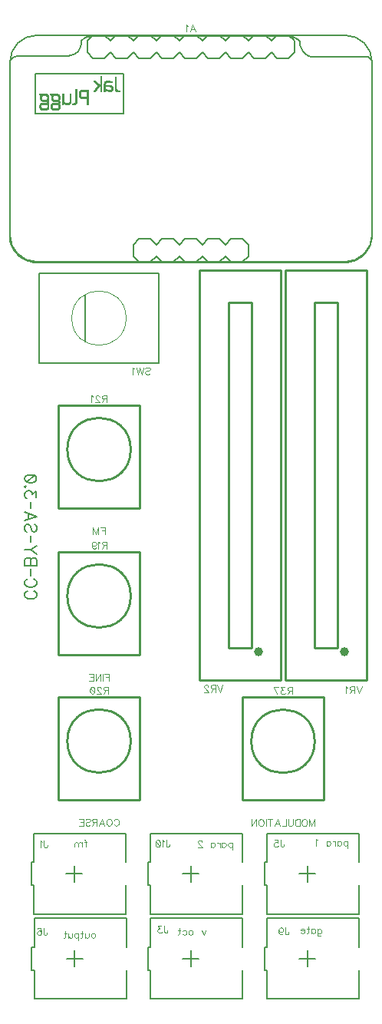
<source format=gbo>
G04 DipTrace 3.2.0.1*
G04 ubraids_IIa.GBO*
%MOIN*%
G04 #@! TF.FileFunction,Legend,Bot*
G04 #@! TF.Part,Single*
%ADD10C,0.009843*%
%ADD11C,0.005512*%
%ADD12C,0.001*%
%ADD22C,0.006*%
%ADD26C,0.005*%
%ADD32C,0.000013*%
%ADD40C,0.005984*%
%ADD48O,0.039405X0.039508*%
%ADD90C,0.004632*%
%ADD95C,0.00772*%
%FSLAX26Y26*%
G04*
G70*
G90*
G75*
G01*
G04 BotSilk*
%LPD*%
X1975242Y4467182D2*
D26*
Y3719143D1*
X1857132Y4585288D2*
X518549D1*
X400439Y4467182D2*
Y3719143D1*
X518549Y3601037D2*
X1857132D1*
X1975242Y4467182D2*
G03X1857132Y4585288I-117999J108D01*
G01*
Y3601037D2*
G03X1975242Y3719143I-124J118234D01*
G01*
X400439D2*
G03X518549Y3601037I118098J-8D01*
G01*
Y4585288D2*
G03X400439Y4467182I-44J-118066D01*
G01*
X1437762Y3626057D2*
Y3675998D1*
X1412723Y3701018D1*
X1362801D1*
X1337762Y3675998D1*
X1312723Y3701018D1*
X1262801D1*
X1237762Y3675998D1*
X1212723Y3701018D1*
X1162801D1*
X1137762Y3675998D1*
X1112723Y3701018D1*
X1062801D1*
X1037762Y3675998D1*
X1012723Y3701018D1*
X962801D1*
X937762Y3675998D1*
Y3626057D1*
X962801Y3601037D1*
X1012723D1*
X1037762Y3626057D1*
X1062801Y3601037D1*
X1112723D1*
X1137762Y3626057D1*
X1162801Y3601037D1*
X1212723D1*
X1237762Y3626057D1*
X1262801Y3601037D1*
X1312723D1*
X1337762Y3626057D1*
X1362801Y3601037D1*
X1412723D1*
X1437762Y3626057D1*
X1637762Y4511115D2*
Y4561056D1*
X1612723Y4586076D1*
X1562801D1*
X1537762Y4561056D1*
X1512723Y4586076D1*
X1462801D1*
X1437762Y4561056D1*
X1412723Y4586076D1*
X1362801D1*
X1337762Y4561056D1*
X1312723Y4586076D1*
X1262801D1*
X1237762Y4561056D1*
X1212723Y4586076D1*
X1162801D1*
X1137762Y4561056D1*
Y4511115D2*
X1162801Y4486095D1*
X1212723D1*
X1237762Y4511115D1*
X1262801Y4486095D1*
X1312723D1*
X1337762Y4511115D1*
X1362801Y4486095D1*
X1412723D1*
X1437762Y4511115D1*
X1462801Y4486095D1*
X1512723D1*
X1537762Y4511115D1*
X1562801Y4486095D1*
X1612723D1*
X1637762Y4511115D1*
X1137762Y4561056D2*
X1112723Y4586076D1*
X1062801D1*
X1037762Y4561056D1*
X1012723Y4586076D1*
X962801D1*
X937762Y4561056D1*
X912723Y4586076D1*
X862801D1*
X837762Y4561056D1*
X812723Y4586076D1*
X762801D1*
X737762Y4561056D1*
Y4511115D2*
X762801Y4486095D1*
X812723D1*
X837762Y4511115D1*
X862801Y4486095D1*
X912723D1*
X937762Y4511115D1*
X962801Y4486095D1*
X1012723D1*
X1037762Y4511115D1*
X1062801Y4486095D1*
X1112723D1*
X1137762Y4511115D1*
X737762Y4561056D2*
Y4511115D1*
X680931Y979035D2*
D22*
Y909000D1*
X715878Y944000D2*
X645935D1*
X506048Y893985D2*
Y769000D1*
Y994015D2*
Y1119000D1*
X906057Y994015D2*
Y1119000D1*
Y893985D2*
Y769000D1*
X506048D1*
Y1119000D2*
X906057D1*
X506048Y994015D2*
D40*
X493574D1*
Y893985D1*
X506048D1*
X1187720Y610286D2*
D22*
Y540251D1*
X1222667Y575251D2*
X1152723D1*
X1012836Y525236D2*
Y400251D1*
Y625266D2*
Y750251D1*
X1412846Y625266D2*
Y750251D1*
Y525236D2*
Y400251D1*
X1012836D1*
Y750251D2*
X1412846D1*
X1012836Y625266D2*
D40*
X1000362D1*
Y525236D1*
X1012836D1*
X1693969Y979035D2*
D22*
Y909000D1*
X1728916Y944000D2*
X1658973D1*
X1519086Y893985D2*
Y769000D1*
Y994015D2*
Y1119000D1*
X1919095Y994015D2*
Y1119000D1*
Y893985D2*
Y769000D1*
X1519086D1*
Y1119000D2*
X1919095D1*
X1519086Y994015D2*
D40*
X1506612D1*
Y893985D1*
X1519086D1*
X681469Y610286D2*
D22*
Y540251D1*
X716416Y575251D2*
X646473D1*
X506586Y525236D2*
Y400251D1*
Y625266D2*
Y750251D1*
X906595Y625266D2*
Y750251D1*
Y525236D2*
Y400251D1*
X506586D1*
Y750251D2*
X906595D1*
X506586Y625266D2*
D40*
X494112D1*
Y525236D1*
X506586D1*
X1693969Y610286D2*
D22*
Y540251D1*
X1728916Y575251D2*
X1658973D1*
X1519086Y525236D2*
Y400251D1*
Y625266D2*
Y750251D1*
X1919095Y625266D2*
Y750251D1*
Y525236D2*
Y400251D1*
X1519086D1*
Y750251D2*
X1919095D1*
X1519086Y625266D2*
D40*
X1506612D1*
Y525236D1*
X1519086D1*
X1187720Y979035D2*
D22*
Y909000D1*
X1222667Y944000D2*
X1152723D1*
X1012836Y893985D2*
Y769000D1*
Y994015D2*
Y1119000D1*
X1412846Y994015D2*
Y1119000D1*
Y893985D2*
Y769000D1*
X1012836D1*
Y1119000D2*
X1412846D1*
X1012836Y994015D2*
D40*
X1000362D1*
Y893985D1*
X1012836D1*
X965435Y2340953D2*
D10*
X611168D1*
Y1894076D1*
X965435D1*
Y2340953D1*
X650510Y2150012D2*
G02X650510Y2150012I137768J0D01*
G01*
X965435Y1711227D2*
X611168D1*
Y1264350D1*
X965435D1*
Y1711227D1*
X650510Y1520287D2*
G02X650510Y1520287I137768J0D01*
G01*
X965435Y2976929D2*
X611168D1*
Y2530053D1*
X965435D1*
Y2976929D1*
X650510Y2785989D2*
G02X650510Y2785989I137768J0D01*
G01*
X1764975Y1709944D2*
X1410707D1*
Y1263067D1*
X1764975D1*
Y1709944D1*
X1450049Y1519003D2*
G02X1450049Y1519003I137768J0D01*
G01*
X669745Y3356500D2*
D32*
G02X669745Y3356500I118106J0D01*
G01*
X1047698Y3550612D2*
D26*
Y3162388D1*
X528005D1*
Y3550612D1*
X1047698D1*
X728798Y3458855D2*
Y3254145D1*
X1952454Y1785186D2*
D10*
X1598093D1*
X1952454D2*
Y3564804D1*
X1598093Y1785186D2*
Y3564804D1*
X1952454D2*
X1598093D1*
X1825293Y3424926D2*
X1725254D1*
X1825293D2*
Y1925064D1*
X1725254D2*
X1825293D1*
X1725254D2*
Y3424926D1*
D48*
X1854971Y1907267D3*
X1577494Y1785186D2*
D10*
X1223133D1*
X1577494D2*
Y3564804D1*
X1223133Y1785186D2*
Y3564804D1*
X1577494D2*
X1223133D1*
X1450333Y3424926D2*
X1350294D1*
X1450333D2*
Y1925064D1*
X1350294D2*
X1450333D1*
X1350294D2*
Y3424926D1*
D48*
X1480011Y1907267D3*
X1607074Y4582110D2*
D11*
X759085Y4582657D1*
X750354Y4581618D1*
X741803Y4579576D1*
X733545Y4576556D1*
X725694Y4572600D1*
X718354Y4567760D1*
X711624Y4562104D1*
X710716Y4545430D1*
X705514Y4529562D1*
X696371Y4515588D1*
X683917Y4504465D1*
X669002Y4496954D1*
X652649Y4493572D1*
X431898Y4493573D1*
X423975Y4492794D1*
X416517Y4490005D1*
X410026Y4485395D1*
X404937Y4479272D1*
X401591Y4472046D1*
X400215Y4464205D1*
X400213Y3716175D1*
X400860Y3703828D1*
X402795Y3691618D1*
X405994Y3679676D1*
X410425Y3668135D1*
X416038Y3657119D1*
X422770Y3646751D1*
X430551Y3637143D1*
X439292Y3628402D1*
X448900Y3620621D1*
X459269Y3613888D1*
X470284Y3608276D1*
X481825Y3603845D1*
X493767Y3600646D1*
X505977Y3598711D1*
X518324Y3598064D1*
X1856906D1*
X1869253Y3598713D1*
X1881463Y3600646D1*
X1893405Y3603846D1*
X1904946Y3608276D1*
X1915961Y3613888D1*
X1926330Y3620622D1*
X1935938Y3628402D1*
X1944679Y3637143D1*
X1952460Y3646751D1*
X1959192Y3657119D1*
X1964805Y3668135D1*
X1969236Y3679677D1*
X1972435Y3691618D1*
X1974370Y3703828D1*
X1975017Y3716175D1*
Y4464206D1*
X1973820Y4470757D1*
X1971215Y4476886D1*
X1967329Y4482294D1*
X1962351Y4486719D1*
X1956524Y4489945D1*
X1950132Y4491814D1*
X1712631Y4491815D1*
X1698123Y4496315D1*
X1685093Y4504122D1*
X1674282Y4514793D1*
X1666304Y4527719D1*
X1661614Y4542167D1*
X1660477Y4557315D1*
X1653232Y4564314D1*
X1645122Y4570286D1*
X1636290Y4575126D1*
X1626892Y4578749D1*
X1617095Y4581091D1*
X1607076Y4582109D1*
X512912Y4418577D2*
D22*
X894122D1*
Y4243596D1*
X512912D1*
Y4418577D1*
X685162Y4352891D2*
D12*
X690162D1*
X685162Y4351891D2*
X690162D1*
X685162Y4350891D2*
X690162D1*
X685162Y4349891D2*
X690162D1*
X685162Y4348891D2*
X690162D1*
X685162Y4347891D2*
X690162D1*
X710162D2*
X741162D1*
X685162Y4346891D2*
X690162D1*
X708359D2*
X741162D1*
X685162Y4345891D2*
X690162D1*
X706778D2*
X741162D1*
X685162Y4344891D2*
X690162D1*
X705478D2*
X741162D1*
X685162Y4343891D2*
X690162D1*
X704447D2*
X741162D1*
X685162Y4342891D2*
X690162D1*
X703655D2*
X741162D1*
X685162Y4341891D2*
X690162D1*
X703046D2*
X712363D1*
X736162D2*
X741162D1*
X685162Y4340891D2*
X690162D1*
X702581D2*
X710813D1*
X736162D2*
X741162D1*
X685162Y4339891D2*
X690162D1*
X702205D2*
X709609D1*
X736162D2*
X741162D1*
X685162Y4338891D2*
X690162D1*
X701844D2*
X708726D1*
X736162D2*
X741162D1*
X685162Y4337891D2*
X690162D1*
X701534D2*
X708074D1*
X736162D2*
X741162D1*
X685162Y4336891D2*
X690162D1*
X701334D2*
X707592D1*
X736162D2*
X741162D1*
X685162Y4335891D2*
X690162D1*
X701198D2*
X707209D1*
X736162D2*
X741162D1*
X685162Y4334891D2*
X690162D1*
X701025D2*
X706845D1*
X736162D2*
X741162D1*
X685162Y4333891D2*
X690162D1*
X700767D2*
X706534D1*
X736162D2*
X741162D1*
X685162Y4332891D2*
X690162D1*
X700504D2*
X706338D1*
X736162D2*
X741162D1*
X685162Y4331891D2*
X690162D1*
X700327D2*
X706237D1*
X736162D2*
X741162D1*
X527162Y4330891D2*
X558162D1*
X576162D2*
X607162D1*
X628162D2*
X634162D1*
X660162D2*
X665162D1*
X685162D2*
X690162D1*
X700237D2*
X706192D1*
X736162D2*
X741162D1*
X527170Y4329891D2*
X560116D1*
X576170D2*
X609116D1*
X628162D2*
X634162D1*
X660162D2*
X665162D1*
X685162D2*
X690162D1*
X700230D2*
X706173D1*
X736162D2*
X741162D1*
X527256Y4328891D2*
X561914D1*
X576256D2*
X610914D1*
X628162D2*
X634162D1*
X660162D2*
X665162D1*
X685162D2*
X690162D1*
X700339D2*
X706170D1*
X736162D2*
X741162D1*
X527467Y4327891D2*
X563380D1*
X576467D2*
X612380D1*
X628162D2*
X634162D1*
X660162D2*
X665162D1*
X685162D2*
X690162D1*
X700572D2*
X706203D1*
X736162D2*
X741162D1*
X528594Y4326891D2*
X564474D1*
X577594D2*
X613474D1*
X628162D2*
X634162D1*
X660162D2*
X665162D1*
X685162D2*
X690162D1*
X700826D2*
X706329D1*
X736162D2*
X741162D1*
X530096Y4325891D2*
X565342D1*
X579096D2*
X614342D1*
X628162D2*
X634162D1*
X660162D2*
X665162D1*
X685162D2*
X690162D1*
X700999D2*
X706568D1*
X736162D2*
X741162D1*
X531634Y4324891D2*
X566076D1*
X580634D2*
X615076D1*
X628162D2*
X634162D1*
X660162D2*
X665162D1*
X685162D2*
X690162D1*
X701092D2*
X706829D1*
X736162D2*
X741162D1*
X532411Y4323891D2*
X541401D1*
X557962D2*
X566640D1*
X581411D2*
X590401D1*
X606962D2*
X615640D1*
X628162D2*
X634162D1*
X660162D2*
X665162D1*
X685162D2*
X690162D1*
X701138D2*
X707038D1*
X736162D2*
X741162D1*
X532467Y4322891D2*
X539979D1*
X559508D2*
X567073D1*
X581467D2*
X588979D1*
X608508D2*
X616073D1*
X628162D2*
X634162D1*
X660162D2*
X665162D1*
X685162D2*
X690162D1*
X701191D2*
X707262D1*
X736162D2*
X741162D1*
X532341Y4321891D2*
X538877D1*
X560676D2*
X567462D1*
X581341D2*
X587877D1*
X609676D2*
X616462D1*
X628162D2*
X634162D1*
X660162D2*
X665162D1*
X685162D2*
X690162D1*
X701325D2*
X707587D1*
X736162D2*
X741162D1*
X532113Y4320891D2*
X538353D1*
X561564D2*
X567784D1*
X581113D2*
X587353D1*
X610564D2*
X616784D1*
X628162D2*
X634162D1*
X660162D2*
X665162D1*
X685162D2*
X690162D1*
X701571D2*
X708067D1*
X736162D2*
X741162D1*
X531810Y4319891D2*
X537906D1*
X561911D2*
X567984D1*
X580810D2*
X586906D1*
X610911D2*
X616984D1*
X628162D2*
X634162D1*
X660162D2*
X665162D1*
X685162D2*
X690162D1*
X701867D2*
X708820D1*
X736162D2*
X741162D1*
X531522Y4318891D2*
X537558D1*
X562206D2*
X568086D1*
X580522D2*
X586558D1*
X611206D2*
X617086D1*
X628162D2*
X634162D1*
X660162D2*
X665162D1*
X685162D2*
X690162D1*
X702204D2*
X709979D1*
X736162D2*
X741162D1*
X531334Y4317891D2*
X537347D1*
X562520D2*
X568132D1*
X580334D2*
X586347D1*
X611520D2*
X617132D1*
X628162D2*
X634162D1*
X660162D2*
X665162D1*
X685162D2*
X690162D1*
X702668D2*
X711493D1*
X736162D2*
X741162D1*
X531236Y4316891D2*
X537240D1*
X562807D2*
X568151D1*
X580236D2*
X586240D1*
X611807D2*
X617151D1*
X628162D2*
X634162D1*
X660162D2*
X665162D1*
X685162D2*
X690162D1*
X703246D2*
X741162D1*
X531191Y4315891D2*
X537193D1*
X562993D2*
X568158D1*
X580191D2*
X586193D1*
X611993D2*
X617158D1*
X628162D2*
X634162D1*
X660162D2*
X665162D1*
X685162D2*
X690162D1*
X703864D2*
X741162D1*
X531173Y4314891D2*
X537174D1*
X563086D2*
X568161D1*
X580173D2*
X586174D1*
X612086D2*
X617161D1*
X628162D2*
X634162D1*
X660162D2*
X665162D1*
X685162D2*
X690162D1*
X704587D2*
X741162D1*
X531170Y4313891D2*
X537166D1*
X563094D2*
X568162D1*
X580170D2*
X586166D1*
X612094D2*
X617162D1*
X628162D2*
X634162D1*
X660162D2*
X665162D1*
X685162D2*
X690162D1*
X705592D2*
X741162D1*
X531203Y4312891D2*
X537168D1*
X562985D2*
X568162D1*
X580203D2*
X586168D1*
X611985D2*
X617162D1*
X628162D2*
X634162D1*
X660162D2*
X665162D1*
X685162D2*
X690162D1*
X707046D2*
X741162D1*
X531329Y4311891D2*
X537202D1*
X562749D2*
X568162D1*
X580329D2*
X586202D1*
X611749D2*
X617162D1*
X628162D2*
X634162D1*
X660162D2*
X665162D1*
X685162D2*
X690162D1*
X708980D2*
X730694D1*
X736162D2*
X741162D1*
X531568Y4310891D2*
X537333D1*
X562459D2*
X568158D1*
X580568D2*
X586333D1*
X611459D2*
X617158D1*
X628162D2*
X634162D1*
X660162D2*
X665162D1*
X685162D2*
X690162D1*
X711162D2*
X720162D1*
X736162D2*
X741162D1*
X531829Y4309891D2*
X537611D1*
X562155D2*
X568123D1*
X580829D2*
X586611D1*
X611155D2*
X617123D1*
X628162D2*
X634162D1*
X660162D2*
X665162D1*
X685162D2*
X690162D1*
X736162D2*
X741162D1*
X532038Y4308891D2*
X538034D1*
X561784D2*
X567992D1*
X581038D2*
X587034D1*
X610784D2*
X616992D1*
X628162D2*
X634162D1*
X660162D2*
X665162D1*
X685162D2*
X690162D1*
X736162D2*
X741162D1*
X532262Y4307891D2*
X538615D1*
X561318D2*
X567717D1*
X581262D2*
X587615D1*
X610318D2*
X616717D1*
X628162D2*
X634162D1*
X660162D2*
X665162D1*
X685162D2*
X690162D1*
X736162D2*
X741162D1*
X532579Y4306891D2*
X539370D1*
X560721D2*
X567329D1*
X581579D2*
X588370D1*
X609721D2*
X616329D1*
X628162D2*
X634162D1*
X660162D2*
X665162D1*
X685162D2*
X690162D1*
X736162D2*
X741162D1*
X532985Y4305891D2*
X540249D1*
X559959D2*
X566876D1*
X581985D2*
X589249D1*
X608959D2*
X615876D1*
X628162D2*
X634162D1*
X660162D2*
X665162D1*
X685162D2*
X690162D1*
X736162D2*
X741162D1*
X533444Y4304891D2*
X541194D1*
X559084D2*
X566361D1*
X582444D2*
X590194D1*
X608084D2*
X615361D1*
X628162D2*
X634162D1*
X660162D2*
X665162D1*
X685162D2*
X690162D1*
X736162D2*
X741162D1*
X533962Y4303891D2*
X565741D1*
X582962D2*
X614741D1*
X628162D2*
X634162D1*
X660162D2*
X665162D1*
X685162D2*
X690162D1*
X736162D2*
X741162D1*
X534590Y4302891D2*
X564985D1*
X583590D2*
X613985D1*
X628162D2*
X634162D1*
X660162D2*
X665162D1*
X685162D2*
X690162D1*
X736162D2*
X741162D1*
X535406Y4301891D2*
X564162D1*
X584406D2*
X613162D1*
X628162D2*
X634162D1*
X660162D2*
X665162D1*
X685162D2*
X690162D1*
X736162D2*
X741162D1*
X536496Y4300891D2*
X565465D1*
X585496D2*
X614465D1*
X628162D2*
X634162D1*
X660162D2*
X665162D1*
X685162D2*
X690162D1*
X736162D2*
X741162D1*
X538003Y4299891D2*
X566466D1*
X587003D2*
X615466D1*
X628162D2*
X634162D1*
X660158D2*
X665162D1*
X685158D2*
X690162D1*
X736162D2*
X741162D1*
X539963Y4298891D2*
X567189D1*
X588963D2*
X616189D1*
X628162D2*
X634162D1*
X660123D2*
X665162D1*
X685123D2*
X690162D1*
X736162D2*
X741162D1*
X542162Y4297891D2*
X567708D1*
X591162D2*
X616708D1*
X628162D2*
X634170D1*
X659996D2*
X665162D1*
X684996D2*
X690162D1*
X736162D2*
X741162D1*
X561962Y4296891D2*
X568102D1*
X610962D2*
X617102D1*
X628162D2*
X634248D1*
X659752D2*
X665158D1*
X684752D2*
X690162D1*
X736162D2*
X741162D1*
X562626Y4295891D2*
X568437D1*
X611626D2*
X617437D1*
X628162D2*
X634436D1*
X659457D2*
X665123D1*
X684457D2*
X690158D1*
X736162D2*
X741162D1*
X562801Y4294891D2*
X568708D1*
X611801D2*
X617708D1*
X628162D2*
X635399D1*
X659116D2*
X664992D1*
X684112D2*
X690123D1*
X736162D2*
X741162D1*
X562427Y4293891D2*
X568601D1*
X611427D2*
X617601D1*
X628162D2*
X636961D1*
X658691D2*
X664717D1*
X683566D2*
X689992D1*
X736162D2*
X741162D1*
X561281Y4292891D2*
X568426D1*
X610281D2*
X617426D1*
X628162D2*
X639467D1*
X657799D2*
X664329D1*
X682803D2*
X689717D1*
X736162D2*
X741162D1*
X559803Y4291891D2*
X568254D1*
X608803D2*
X617254D1*
X628162D2*
X643689D1*
X654984D2*
X663876D1*
X681086D2*
X689329D1*
X736162D2*
X741162D1*
X535162Y4290891D2*
X568016D1*
X584162D2*
X617016D1*
X628162D2*
X650221D1*
X650224D2*
X663361D1*
X678796D2*
X688876D1*
X736162D2*
X741162D1*
X533975Y4289891D2*
X567614D1*
X582975D2*
X616614D1*
X628162D2*
X662738D1*
X676318D2*
X688361D1*
X736162D2*
X741162D1*
X532929Y4288891D2*
X567107D1*
X581929D2*
X616107D1*
X628162D2*
X633124D1*
X636162D2*
X661961D1*
X674346D2*
X687734D1*
X736162D2*
X741162D1*
X532038Y4287891D2*
X566705D1*
X581038D2*
X615705D1*
X628162D2*
X632995D1*
X638170D2*
X661032D1*
X672937D2*
X686923D1*
X736162D2*
X741162D1*
X531277Y4286891D2*
X566467D1*
X580277D2*
X615467D1*
X628162D2*
X632747D1*
X640246D2*
X659879D1*
X672524D2*
X685883D1*
X736162D2*
X741162D1*
X530697Y4285891D2*
X566685D1*
X579697D2*
X615685D1*
X628162D2*
X632449D1*
X642555D2*
X658342D1*
X672301D2*
X684594D1*
X736162D2*
X741162D1*
X530256Y4284891D2*
X538401D1*
X563162D2*
X567063D1*
X579256D2*
X587401D1*
X612162D2*
X616063D1*
X628162D2*
X632162D1*
X645239D2*
X656369D1*
X672162D2*
X683162D1*
X736162D2*
X741162D1*
X529864Y4283891D2*
X536983D1*
X563162D2*
X567584D1*
X578864D2*
X585983D1*
X612162D2*
X616584D1*
X648162D2*
X654162D1*
X529542Y4282891D2*
X535893D1*
X563162D2*
X568165D1*
X578542D2*
X584893D1*
X612162D2*
X617165D1*
X529341Y4281891D2*
X535514D1*
X563162D2*
X568635D1*
X578341D2*
X584514D1*
X612162D2*
X617635D1*
X529238Y4280891D2*
X535311D1*
X563162D2*
X568919D1*
X578238D2*
X584311D1*
X612162D2*
X617919D1*
X529192Y4279891D2*
X535220D1*
X563162D2*
X569060D1*
X578192D2*
X584220D1*
X612162D2*
X618060D1*
X529173Y4278891D2*
X535183D1*
X563162D2*
X569122D1*
X578173D2*
X584183D1*
X612162D2*
X618122D1*
X529166Y4277891D2*
X535170D1*
X563162D2*
X569148D1*
X578166D2*
X584170D1*
X612162D2*
X618148D1*
X529164Y4276891D2*
X535165D1*
X563162D2*
X569157D1*
X578164D2*
X584165D1*
X612162D2*
X618157D1*
X529163Y4275891D2*
X535163D1*
X563162D2*
X569160D1*
X578163D2*
X584163D1*
X612162D2*
X618160D1*
X529162Y4274891D2*
X535163D1*
X563162D2*
X569162D1*
X578162D2*
X584163D1*
X612162D2*
X618162D1*
X529166Y4273891D2*
X535166D1*
X563158D2*
X569158D1*
X578166D2*
X584166D1*
X612158D2*
X618158D1*
X529201Y4272891D2*
X535205D1*
X563119D2*
X569123D1*
X578201D2*
X584205D1*
X612119D2*
X618123D1*
X529329Y4271891D2*
X535372D1*
X562953D2*
X568996D1*
X578329D2*
X584372D1*
X611953D2*
X617996D1*
X529572Y4270891D2*
X535778D1*
X562547D2*
X568752D1*
X578572D2*
X584778D1*
X611547D2*
X617752D1*
X529864Y4269891D2*
X536440D1*
X561884D2*
X568461D1*
X578864D2*
X585440D1*
X610884D2*
X617461D1*
X530169Y4268891D2*
X537277D1*
X561048D2*
X568155D1*
X579169D2*
X586277D1*
X610048D2*
X617155D1*
X530541Y4267891D2*
X538204D1*
X560121D2*
X567784D1*
X579541D2*
X587204D1*
X609121D2*
X616784D1*
X531006Y4266891D2*
X567315D1*
X580006D2*
X616315D1*
X531608Y4265891D2*
X566681D1*
X580608D2*
X615681D1*
X532413Y4264891D2*
X565780D1*
X581413D2*
X614780D1*
X533499Y4263891D2*
X564545D1*
X582499D2*
X613545D1*
X535004Y4262891D2*
X562874D1*
X584004D2*
X611874D1*
X536963Y4261891D2*
X560681D1*
X585963D2*
X609681D1*
X539162Y4260891D2*
X558162D1*
X588162D2*
X607162D1*
X793477Y4409139D2*
X798477D1*
X793477Y4408139D2*
X798477D1*
X793477Y4407139D2*
X798477D1*
X793477Y4406139D2*
X798477D1*
X793477Y4405139D2*
X798477D1*
X793477Y4404139D2*
X798477D1*
X856477D2*
X862477D1*
X793477Y4403139D2*
X798477D1*
X856477D2*
X862477D1*
X793477Y4402139D2*
X798477D1*
X856477D2*
X862477D1*
X793477Y4401139D2*
X798477D1*
X856477D2*
X862477D1*
X793477Y4400139D2*
X798477D1*
X856477D2*
X862477D1*
X793477Y4399139D2*
X798477D1*
X856477D2*
X862477D1*
X793477Y4398139D2*
X798477D1*
X856477D2*
X862477D1*
X793477Y4397139D2*
X798477D1*
X856477D2*
X862477D1*
X793477Y4396139D2*
X798477D1*
X856477D2*
X862477D1*
X793477Y4395139D2*
X798477D1*
X856477D2*
X862477D1*
X793477Y4394139D2*
X798477D1*
X856477D2*
X862477D1*
X793477Y4393139D2*
X798477D1*
X856477D2*
X862477D1*
X793477Y4392139D2*
X798477D1*
X856477D2*
X862477D1*
X793477Y4391139D2*
X798477D1*
X856477D2*
X862477D1*
X793477Y4390139D2*
X798477D1*
X856477D2*
X862477D1*
X793477Y4389139D2*
X798477D1*
X856477D2*
X862477D1*
X793477Y4388139D2*
X798477D1*
X820477D2*
X826477D1*
X856477D2*
X862477D1*
X763477Y4387139D2*
X771477D1*
X793477D2*
X798477D1*
X818062D2*
X833915D1*
X856477D2*
X862477D1*
X764477Y4386139D2*
X772477D1*
X793477D2*
X798477D1*
X815977D2*
X839356D1*
X856477D2*
X862477D1*
X765477Y4385139D2*
X773477D1*
X793477D2*
X798477D1*
X814365D2*
X843231D1*
X856477D2*
X862477D1*
X766477Y4384139D2*
X774477D1*
X793477D2*
X798477D1*
X813206D2*
X844622D1*
X856477D2*
X862477D1*
X767477Y4383139D2*
X775477D1*
X793477D2*
X798477D1*
X812313D2*
X845087D1*
X856477D2*
X862477D1*
X768477Y4382139D2*
X776477D1*
X793477D2*
X798477D1*
X811573D2*
X845330D1*
X856477D2*
X862477D1*
X769477Y4381139D2*
X777481D1*
X793477D2*
X798477D1*
X811036D2*
X818515D1*
X841477D2*
X845477D1*
X856477D2*
X862477D1*
X770477Y4380139D2*
X778516D1*
X793477D2*
X798477D1*
X810694D2*
X817647D1*
X856477D2*
X862477D1*
X771477Y4379139D2*
X779644D1*
X793477D2*
X798477D1*
X810417D2*
X816926D1*
X856477D2*
X862477D1*
X772477Y4378139D2*
X780883D1*
X793477D2*
X798477D1*
X810112D2*
X816349D1*
X856477D2*
X862477D1*
X773477Y4377139D2*
X782140D1*
X793477D2*
X798477D1*
X809830D2*
X815929D1*
X856477D2*
X862477D1*
X774477Y4376139D2*
X783314D1*
X793477D2*
X798477D1*
X809646D2*
X815685D1*
X856477D2*
X862477D1*
X775477Y4375139D2*
X784407D1*
X793477D2*
X798477D1*
X809549D2*
X815564D1*
X856477D2*
X862477D1*
X776477Y4374139D2*
X785465D1*
X793462D2*
X798477D1*
X809506D2*
X815511D1*
X856477D2*
X862477D1*
X777477Y4373139D2*
X786635D1*
X793415D2*
X798477D1*
X809488D2*
X815490D1*
X856477D2*
X862477D1*
X778477Y4372139D2*
X788260D1*
X792946D2*
X798477D1*
X809481D2*
X815482D1*
X856477D2*
X862477D1*
X779477Y4371139D2*
X790630D1*
X791387D2*
X798477D1*
X809479D2*
X815479D1*
X856477D2*
X862477D1*
X780477Y4370139D2*
X798477D1*
X809478D2*
X815478D1*
X856477D2*
X862477D1*
X781477Y4369139D2*
X798477D1*
X809477D2*
X815477D1*
X856477D2*
X862477D1*
X782477Y4368139D2*
X798477D1*
X809477D2*
X839477D1*
X856477D2*
X862477D1*
X783477Y4367139D2*
X798477D1*
X809477D2*
X841243D1*
X856477D2*
X862477D1*
X782632Y4366139D2*
X798477D1*
X809477D2*
X842695D1*
X856477D2*
X862477D1*
X781880Y4365139D2*
X798477D1*
X809477D2*
X843755D1*
X856477D2*
X862477D1*
X781139Y4364139D2*
X789477D1*
X792281D2*
X798477D1*
X809477D2*
X844530D1*
X856477D2*
X862477D1*
X780318Y4363139D2*
X788477D1*
X792866D2*
X798477D1*
X809477D2*
X815477D1*
X823477D2*
X845147D1*
X856477D2*
X862477D1*
X779446Y4362139D2*
X787481D1*
X793200D2*
X798477D1*
X809477D2*
X815477D1*
X836042D2*
X845660D1*
X856477D2*
X862477D1*
X778616Y4361139D2*
X786516D1*
X793363D2*
X798477D1*
X809477D2*
X815477D1*
X838049D2*
X846047D1*
X856477D2*
X862477D1*
X777873Y4360139D2*
X785644D1*
X793433D2*
X798477D1*
X809477D2*
X815477D1*
X839553D2*
X846278D1*
X856477D2*
X862477D1*
X777140Y4359139D2*
X784883D1*
X793461D2*
X798477D1*
X809477D2*
X815477D1*
X840189D2*
X846394D1*
X856477D2*
X862477D1*
X776352Y4358139D2*
X784140D1*
X793472D2*
X798477D1*
X809477D2*
X815477D1*
X840693D2*
X846445D1*
X856477D2*
X862477D1*
X775573Y4357139D2*
X783318D1*
X793475D2*
X798477D1*
X809477D2*
X815477D1*
X841066D2*
X846465D1*
X856477D2*
X862477D1*
X774855Y4356139D2*
X782446D1*
X793477D2*
X798477D1*
X809477D2*
X815477D1*
X841287D2*
X846473D1*
X856477D2*
X862477D1*
X774129Y4355139D2*
X781616D1*
X793477D2*
X798477D1*
X809477D2*
X815477D1*
X841397D2*
X846476D1*
X856477D2*
X862477D1*
X773314Y4354139D2*
X780873D1*
X793477D2*
X798477D1*
X809477D2*
X815489D1*
X841442D2*
X846477D1*
X856481D2*
X862481D1*
X772445Y4353139D2*
X780136D1*
X793477D2*
X798477D1*
X809477D2*
X815606D1*
X841427D2*
X846477D1*
X856516D2*
X862516D1*
X771615Y4352139D2*
X779317D1*
X793477D2*
X798477D1*
X809477D2*
X815887D1*
X841303D2*
X846477D1*
X856644D2*
X862648D1*
X770873Y4351139D2*
X778445D1*
X793477D2*
X798477D1*
X809477D2*
X817315D1*
X841027D2*
X846473D1*
X856883D2*
X862926D1*
X770140Y4350139D2*
X777616D1*
X793477D2*
X798477D1*
X809477D2*
X819577D1*
X840578D2*
X846438D1*
X857144D2*
X863357D1*
X769352Y4349139D2*
X776873D1*
X793477D2*
X798477D1*
X809477D2*
X822936D1*
X839979D2*
X846311D1*
X857353D2*
X863898D1*
X768573Y4348139D2*
X776136D1*
X793477D2*
X798477D1*
X809477D2*
X827873D1*
X837957D2*
X846067D1*
X857577D2*
X864988D1*
X767855Y4347139D2*
X775317D1*
X793477D2*
X798477D1*
X809477D2*
X834649D1*
X834644D2*
X845772D1*
X857898D2*
X867688D1*
X767133Y4346139D2*
X774445D1*
X793477D2*
X798477D1*
X809477D2*
X845431D1*
X858339D2*
X871683D1*
X874477D2*
X878477D1*
X766349Y4345139D2*
X773616D1*
X793477D2*
X798477D1*
X809477D2*
X815670D1*
X818640D2*
X844928D1*
X858930D2*
X878773D1*
X765573Y4344139D2*
X772873D1*
X793477D2*
X798477D1*
X809477D2*
X815047D1*
X820970D2*
X844177D1*
X859738D2*
X878922D1*
X764864Y4343139D2*
X772139D1*
X793477D2*
X798477D1*
X809477D2*
X814556D1*
X823599D2*
X843080D1*
X860899D2*
X878914D1*
X764180Y4342139D2*
X771331D1*
X793477D2*
X798477D1*
X809477D2*
X814044D1*
X826734D2*
X841432D1*
X862712D2*
X876921D1*
X763477Y4341139D2*
X770477D1*
X793477D2*
X798477D1*
X809477D2*
X813477D1*
X830453D2*
X839135D1*
X865355D2*
X873997D1*
X834477Y4340139D2*
X836477D1*
X868477D2*
X870477D1*
X685162Y4352891D2*
Y4351891D1*
Y4350891D1*
Y4349891D1*
Y4348891D1*
Y4347891D1*
Y4346891D1*
Y4345891D1*
Y4344891D1*
Y4343891D1*
Y4342891D1*
Y4341891D1*
Y4340891D1*
Y4339891D1*
Y4338891D1*
Y4337891D1*
Y4336891D1*
Y4335891D1*
Y4334891D1*
Y4333891D1*
Y4332891D1*
Y4331891D1*
Y4330891D1*
Y4329891D1*
Y4328891D1*
Y4327891D1*
Y4326891D1*
Y4325891D1*
Y4324891D1*
Y4323891D1*
Y4322891D1*
Y4321891D1*
Y4320891D1*
Y4319891D1*
Y4318891D1*
Y4317891D1*
Y4316891D1*
Y4315891D1*
Y4314891D1*
Y4313891D1*
Y4312891D1*
Y4311891D1*
Y4310891D1*
Y4309891D1*
Y4308891D1*
Y4307891D1*
Y4306891D1*
Y4305891D1*
Y4304891D1*
Y4303891D1*
Y4302891D1*
Y4301891D1*
Y4300891D1*
X685158Y4299891D1*
X685123Y4298891D1*
X684996Y4297891D1*
X684752Y4296891D1*
X684457Y4295891D1*
X684112Y4294891D1*
X683566Y4293891D1*
X682803Y4292891D1*
X681086Y4291891D1*
X678796Y4290891D1*
X676318Y4289891D1*
X674346Y4288891D1*
X672937Y4287891D1*
X672524Y4286891D1*
X672301Y4285891D1*
X672162Y4284891D1*
X690162Y4352891D2*
Y4351891D1*
Y4350891D1*
Y4349891D1*
Y4348891D1*
Y4347891D1*
Y4346891D1*
Y4345891D1*
Y4344891D1*
Y4343891D1*
Y4342891D1*
Y4341891D1*
Y4340891D1*
Y4339891D1*
Y4338891D1*
Y4337891D1*
Y4336891D1*
Y4335891D1*
Y4334891D1*
Y4333891D1*
Y4332891D1*
Y4331891D1*
Y4330891D1*
Y4329891D1*
Y4328891D1*
Y4327891D1*
Y4326891D1*
Y4325891D1*
Y4324891D1*
Y4323891D1*
Y4322891D1*
Y4321891D1*
Y4320891D1*
Y4319891D1*
Y4318891D1*
Y4317891D1*
Y4316891D1*
Y4315891D1*
Y4314891D1*
Y4313891D1*
Y4312891D1*
Y4311891D1*
Y4310891D1*
Y4309891D1*
Y4308891D1*
Y4307891D1*
Y4306891D1*
Y4305891D1*
Y4304891D1*
Y4303891D1*
Y4302891D1*
Y4301891D1*
Y4300891D1*
Y4299891D1*
Y4298891D1*
Y4297891D1*
Y4296891D1*
X690158Y4295891D1*
X690123Y4294891D1*
X689992Y4293891D1*
X689717Y4292891D1*
X689329Y4291891D1*
X688876Y4290891D1*
X688361Y4289891D1*
X687734Y4288891D1*
X686923Y4287891D1*
X685883Y4286891D1*
X684594Y4285891D1*
X683162Y4284891D1*
X710162Y4347891D2*
X708359Y4346891D1*
X706778Y4345891D1*
X705478Y4344891D1*
X704447Y4343891D1*
X703655Y4342891D1*
X703046Y4341891D1*
X702581Y4340891D1*
X702205Y4339891D1*
X701844Y4338891D1*
X701534Y4337891D1*
X701334Y4336891D1*
X701198Y4335891D1*
X701025Y4334891D1*
X700767Y4333891D1*
X700504Y4332891D1*
X700327Y4331891D1*
X700237Y4330891D1*
X700230Y4329891D1*
X700339Y4328891D1*
X700572Y4327891D1*
X700826Y4326891D1*
X700999Y4325891D1*
X701092Y4324891D1*
X701138Y4323891D1*
X701191Y4322891D1*
X701325Y4321891D1*
X701571Y4320891D1*
X701867Y4319891D1*
X702204Y4318891D1*
X702668Y4317891D1*
X703246Y4316891D1*
X703864Y4315891D1*
X704587Y4314891D1*
X705592Y4313891D1*
X707046Y4312891D1*
X708980Y4311891D1*
X711162Y4310891D1*
X741162Y4347891D2*
Y4346891D1*
Y4345891D1*
Y4344891D1*
Y4343891D1*
Y4342891D1*
Y4341891D1*
Y4340891D1*
Y4339891D1*
Y4338891D1*
Y4337891D1*
Y4336891D1*
Y4335891D1*
Y4334891D1*
Y4333891D1*
Y4332891D1*
Y4331891D1*
Y4330891D1*
Y4329891D1*
Y4328891D1*
Y4327891D1*
Y4326891D1*
Y4325891D1*
Y4324891D1*
Y4323891D1*
Y4322891D1*
Y4321891D1*
Y4320891D1*
Y4319891D1*
Y4318891D1*
Y4317891D1*
Y4316891D1*
Y4315891D1*
Y4314891D1*
Y4313891D1*
Y4312891D1*
Y4311891D1*
Y4310891D1*
Y4309891D1*
Y4308891D1*
Y4307891D1*
Y4306891D1*
Y4305891D1*
Y4304891D1*
Y4303891D1*
Y4302891D1*
Y4301891D1*
Y4300891D1*
Y4299891D1*
Y4298891D1*
Y4297891D1*
Y4296891D1*
Y4295891D1*
Y4294891D1*
Y4293891D1*
Y4292891D1*
Y4291891D1*
Y4290891D1*
Y4289891D1*
Y4288891D1*
Y4287891D1*
Y4286891D1*
Y4285891D1*
Y4284891D1*
X714162Y4342891D2*
X712363Y4341891D1*
X710813Y4340891D1*
X709609Y4339891D1*
X708726Y4338891D1*
X708074Y4337891D1*
X707592Y4336891D1*
X707209Y4335891D1*
X706845Y4334891D1*
X706534Y4333891D1*
X706338Y4332891D1*
X706237Y4331891D1*
X706192Y4330891D1*
X706173Y4329891D1*
X706170Y4328891D1*
X706203Y4327891D1*
X706329Y4326891D1*
X706568Y4325891D1*
X706829Y4324891D1*
X707038Y4323891D1*
X707262Y4322891D1*
X707587Y4321891D1*
X708067Y4320891D1*
X708820Y4319891D1*
X709979Y4318891D1*
X711493Y4317891D1*
X713162Y4316891D1*
X736162Y4342891D2*
Y4341891D1*
Y4340891D1*
Y4339891D1*
Y4338891D1*
Y4337891D1*
Y4336891D1*
Y4335891D1*
Y4334891D1*
Y4333891D1*
Y4332891D1*
Y4331891D1*
Y4330891D1*
Y4329891D1*
Y4328891D1*
Y4327891D1*
Y4326891D1*
Y4325891D1*
Y4324891D1*
Y4323891D1*
Y4322891D1*
Y4321891D1*
Y4320891D1*
Y4319891D1*
Y4318891D1*
Y4317891D1*
Y4316891D1*
X527162Y4330891D2*
X527170Y4329891D1*
X527256Y4328891D1*
X527467Y4327891D1*
X528594Y4326891D1*
X530096Y4325891D1*
X531634Y4324891D1*
X532411Y4323891D1*
X532467Y4322891D1*
X532341Y4321891D1*
X532113Y4320891D1*
X531810Y4319891D1*
X531522Y4318891D1*
X531334Y4317891D1*
X531236Y4316891D1*
X531191Y4315891D1*
X531173Y4314891D1*
X531170Y4313891D1*
X531203Y4312891D1*
X531329Y4311891D1*
X531568Y4310891D1*
X531829Y4309891D1*
X532038Y4308891D1*
X532262Y4307891D1*
X532579Y4306891D1*
X532985Y4305891D1*
X533444Y4304891D1*
X533962Y4303891D1*
X534590Y4302891D1*
X535406Y4301891D1*
X536496Y4300891D1*
X538003Y4299891D1*
X539963Y4298891D1*
X542162Y4297891D1*
X558162Y4330891D2*
X560116Y4329891D1*
X561914Y4328891D1*
X563380Y4327891D1*
X564474Y4326891D1*
X565342Y4325891D1*
X566076Y4324891D1*
X566640Y4323891D1*
X567073Y4322891D1*
X567462Y4321891D1*
X567784Y4320891D1*
X567984Y4319891D1*
X568086Y4318891D1*
X568132Y4317891D1*
X568151Y4316891D1*
X568158Y4315891D1*
X568161Y4314891D1*
X568162Y4313891D1*
Y4312891D1*
Y4311891D1*
X568158Y4310891D1*
X568123Y4309891D1*
X567992Y4308891D1*
X567717Y4307891D1*
X567329Y4306891D1*
X566876Y4305891D1*
X566361Y4304891D1*
X565741Y4303891D1*
X564985Y4302891D1*
X564162Y4301891D1*
X565465Y4300891D1*
X566466Y4299891D1*
X567189Y4298891D1*
X567708Y4297891D1*
X568102Y4296891D1*
X568437Y4295891D1*
X568708Y4294891D1*
X568601Y4293891D1*
X568426Y4292891D1*
X568254Y4291891D1*
X568016Y4290891D1*
X567614Y4289891D1*
X567107Y4288891D1*
X566705Y4287891D1*
X566467Y4286891D1*
X566685Y4285891D1*
X567063Y4284891D1*
X567584Y4283891D1*
X568165Y4282891D1*
X568635Y4281891D1*
X568919Y4280891D1*
X569060Y4279891D1*
X569122Y4278891D1*
X569148Y4277891D1*
X569157Y4276891D1*
X569160Y4275891D1*
X569162Y4274891D1*
X569158Y4273891D1*
X569123Y4272891D1*
X568996Y4271891D1*
X568752Y4270891D1*
X568461Y4269891D1*
X568155Y4268891D1*
X567784Y4267891D1*
X567315Y4266891D1*
X566681Y4265891D1*
X565780Y4264891D1*
X564545Y4263891D1*
X562874Y4262891D1*
X560681Y4261891D1*
X558162Y4260891D1*
X576162Y4330891D2*
X576170Y4329891D1*
X576256Y4328891D1*
X576467Y4327891D1*
X577594Y4326891D1*
X579096Y4325891D1*
X580634Y4324891D1*
X581411Y4323891D1*
X581467Y4322891D1*
X581341Y4321891D1*
X581113Y4320891D1*
X580810Y4319891D1*
X580522Y4318891D1*
X580334Y4317891D1*
X580236Y4316891D1*
X580191Y4315891D1*
X580173Y4314891D1*
X580170Y4313891D1*
X580203Y4312891D1*
X580329Y4311891D1*
X580568Y4310891D1*
X580829Y4309891D1*
X581038Y4308891D1*
X581262Y4307891D1*
X581579Y4306891D1*
X581985Y4305891D1*
X582444Y4304891D1*
X582962Y4303891D1*
X583590Y4302891D1*
X584406Y4301891D1*
X585496Y4300891D1*
X587003Y4299891D1*
X588963Y4298891D1*
X591162Y4297891D1*
X607162Y4330891D2*
X609116Y4329891D1*
X610914Y4328891D1*
X612380Y4327891D1*
X613474Y4326891D1*
X614342Y4325891D1*
X615076Y4324891D1*
X615640Y4323891D1*
X616073Y4322891D1*
X616462Y4321891D1*
X616784Y4320891D1*
X616984Y4319891D1*
X617086Y4318891D1*
X617132Y4317891D1*
X617151Y4316891D1*
X617158Y4315891D1*
X617161Y4314891D1*
X617162Y4313891D1*
Y4312891D1*
Y4311891D1*
X617158Y4310891D1*
X617123Y4309891D1*
X616992Y4308891D1*
X616717Y4307891D1*
X616329Y4306891D1*
X615876Y4305891D1*
X615361Y4304891D1*
X614741Y4303891D1*
X613985Y4302891D1*
X613162Y4301891D1*
X614465Y4300891D1*
X615466Y4299891D1*
X616189Y4298891D1*
X616708Y4297891D1*
X617102Y4296891D1*
X617437Y4295891D1*
X617708Y4294891D1*
X617601Y4293891D1*
X617426Y4292891D1*
X617254Y4291891D1*
X617016Y4290891D1*
X616614Y4289891D1*
X616107Y4288891D1*
X615705Y4287891D1*
X615467Y4286891D1*
X615685Y4285891D1*
X616063Y4284891D1*
X616584Y4283891D1*
X617165Y4282891D1*
X617635Y4281891D1*
X617919Y4280891D1*
X618060Y4279891D1*
X618122Y4278891D1*
X618148Y4277891D1*
X618157Y4276891D1*
X618160Y4275891D1*
X618162Y4274891D1*
X618158Y4273891D1*
X618123Y4272891D1*
X617996Y4271891D1*
X617752Y4270891D1*
X617461Y4269891D1*
X617155Y4268891D1*
X616784Y4267891D1*
X616315Y4266891D1*
X615681Y4265891D1*
X614780Y4264891D1*
X613545Y4263891D1*
X611874Y4262891D1*
X609681Y4261891D1*
X607162Y4260891D1*
X628162Y4330891D2*
Y4329891D1*
Y4328891D1*
Y4327891D1*
Y4326891D1*
Y4325891D1*
Y4324891D1*
Y4323891D1*
Y4322891D1*
Y4321891D1*
Y4320891D1*
Y4319891D1*
Y4318891D1*
Y4317891D1*
Y4316891D1*
Y4315891D1*
Y4314891D1*
Y4313891D1*
Y4312891D1*
Y4311891D1*
Y4310891D1*
Y4309891D1*
Y4308891D1*
Y4307891D1*
Y4306891D1*
Y4305891D1*
Y4304891D1*
Y4303891D1*
Y4302891D1*
Y4301891D1*
Y4300891D1*
Y4299891D1*
Y4298891D1*
Y4297891D1*
Y4296891D1*
Y4295891D1*
Y4294891D1*
Y4293891D1*
Y4292891D1*
Y4291891D1*
Y4290891D1*
Y4289891D1*
Y4288891D1*
Y4287891D1*
Y4286891D1*
Y4285891D1*
Y4284891D1*
X634162Y4330891D2*
Y4329891D1*
Y4328891D1*
Y4327891D1*
Y4326891D1*
Y4325891D1*
Y4324891D1*
Y4323891D1*
Y4322891D1*
Y4321891D1*
Y4320891D1*
Y4319891D1*
Y4318891D1*
Y4317891D1*
Y4316891D1*
Y4315891D1*
Y4314891D1*
Y4313891D1*
Y4312891D1*
Y4311891D1*
Y4310891D1*
Y4309891D1*
Y4308891D1*
Y4307891D1*
Y4306891D1*
Y4305891D1*
Y4304891D1*
Y4303891D1*
Y4302891D1*
Y4301891D1*
Y4300891D1*
Y4299891D1*
Y4298891D1*
X634170Y4297891D1*
X634248Y4296891D1*
X634436Y4295891D1*
X635399Y4294891D1*
X636961Y4293891D1*
X639467Y4292891D1*
X643689Y4291891D1*
X650221Y4290891D1*
X658162Y4289891D1*
X660162Y4330891D2*
Y4329891D1*
Y4328891D1*
Y4327891D1*
Y4326891D1*
Y4325891D1*
Y4324891D1*
Y4323891D1*
Y4322891D1*
Y4321891D1*
Y4320891D1*
Y4319891D1*
Y4318891D1*
Y4317891D1*
Y4316891D1*
Y4315891D1*
Y4314891D1*
Y4313891D1*
Y4312891D1*
Y4311891D1*
Y4310891D1*
Y4309891D1*
Y4308891D1*
Y4307891D1*
Y4306891D1*
Y4305891D1*
Y4304891D1*
Y4303891D1*
Y4302891D1*
Y4301891D1*
Y4300891D1*
X660158Y4299891D1*
X660123Y4298891D1*
X659996Y4297891D1*
X659752Y4296891D1*
X659457Y4295891D1*
X659116Y4294891D1*
X658691Y4293891D1*
X657799Y4292891D1*
X654984Y4291891D1*
X650224Y4290891D1*
X644162Y4289891D1*
X665162Y4330891D2*
Y4329891D1*
Y4328891D1*
Y4327891D1*
Y4326891D1*
Y4325891D1*
Y4324891D1*
Y4323891D1*
Y4322891D1*
Y4321891D1*
Y4320891D1*
Y4319891D1*
Y4318891D1*
Y4317891D1*
Y4316891D1*
Y4315891D1*
Y4314891D1*
Y4313891D1*
Y4312891D1*
Y4311891D1*
Y4310891D1*
Y4309891D1*
Y4308891D1*
Y4307891D1*
Y4306891D1*
Y4305891D1*
Y4304891D1*
Y4303891D1*
Y4302891D1*
Y4301891D1*
Y4300891D1*
Y4299891D1*
Y4298891D1*
Y4297891D1*
X665158Y4296891D1*
X665123Y4295891D1*
X664992Y4294891D1*
X664717Y4293891D1*
X664329Y4292891D1*
X663876Y4291891D1*
X663361Y4290891D1*
X662738Y4289891D1*
X661961Y4288891D1*
X661032Y4287891D1*
X659879Y4286891D1*
X658342Y4285891D1*
X656369Y4284891D1*
X654162Y4283891D1*
X543162Y4324891D2*
X541401Y4323891D1*
X539979Y4322891D1*
X538877Y4321891D1*
X538353Y4320891D1*
X537906Y4319891D1*
X537558Y4318891D1*
X537347Y4317891D1*
X537240Y4316891D1*
X537193Y4315891D1*
X537174Y4314891D1*
X537166Y4313891D1*
X537168Y4312891D1*
X537202Y4311891D1*
X537333Y4310891D1*
X537611Y4309891D1*
X538034Y4308891D1*
X538615Y4307891D1*
X539370Y4306891D1*
X540249Y4305891D1*
X541194Y4304891D1*
X542162Y4303891D1*
X556162Y4324891D2*
X557962Y4323891D1*
X559508Y4322891D1*
X560676Y4321891D1*
X561564Y4320891D1*
X561911Y4319891D1*
X562206Y4318891D1*
X562520Y4317891D1*
X562807Y4316891D1*
X562993Y4315891D1*
X563086Y4314891D1*
X563094Y4313891D1*
X562985Y4312891D1*
X562749Y4311891D1*
X562459Y4310891D1*
X562155Y4309891D1*
X561784Y4308891D1*
X561318Y4307891D1*
X560721Y4306891D1*
X559959Y4305891D1*
X559084Y4304891D1*
X558162Y4303891D1*
X592162Y4324891D2*
X590401Y4323891D1*
X588979Y4322891D1*
X587877Y4321891D1*
X587353Y4320891D1*
X586906Y4319891D1*
X586558Y4318891D1*
X586347Y4317891D1*
X586240Y4316891D1*
X586193Y4315891D1*
X586174Y4314891D1*
X586166Y4313891D1*
X586168Y4312891D1*
X586202Y4311891D1*
X586333Y4310891D1*
X586611Y4309891D1*
X587034Y4308891D1*
X587615Y4307891D1*
X588370Y4306891D1*
X589249Y4305891D1*
X590194Y4304891D1*
X591162Y4303891D1*
X605162Y4324891D2*
X606962Y4323891D1*
X608508Y4322891D1*
X609676Y4321891D1*
X610564Y4320891D1*
X610911Y4319891D1*
X611206Y4318891D1*
X611520Y4317891D1*
X611807Y4316891D1*
X611993Y4315891D1*
X612086Y4314891D1*
X612094Y4313891D1*
X611985Y4312891D1*
X611749Y4311891D1*
X611459Y4310891D1*
X611155Y4309891D1*
X610784Y4308891D1*
X610318Y4307891D1*
X609721Y4306891D1*
X608959Y4305891D1*
X608084Y4304891D1*
X607162Y4303891D1*
X741162Y4312891D2*
X730694Y4311891D1*
X720162Y4310891D1*
X736162Y4312891D2*
Y4311891D1*
Y4310891D1*
Y4309891D1*
Y4308891D1*
Y4307891D1*
Y4306891D1*
Y4305891D1*
Y4304891D1*
Y4303891D1*
Y4302891D1*
Y4301891D1*
Y4300891D1*
Y4299891D1*
Y4298891D1*
Y4297891D1*
Y4296891D1*
Y4295891D1*
Y4294891D1*
Y4293891D1*
Y4292891D1*
Y4291891D1*
Y4290891D1*
Y4289891D1*
Y4288891D1*
Y4287891D1*
Y4286891D1*
Y4285891D1*
Y4284891D1*
X561162Y4297891D2*
X561962Y4296891D1*
X562626Y4295891D1*
X562801Y4294891D1*
X562427Y4293891D1*
X561281Y4292891D1*
X559803Y4291891D1*
X558162Y4290891D1*
X610162Y4297891D2*
X610962Y4296891D1*
X611626Y4295891D1*
X611801Y4294891D1*
X611427Y4293891D1*
X610281Y4292891D1*
X608803Y4291891D1*
X607162Y4290891D1*
X535162D2*
X533975Y4289891D1*
X532929Y4288891D1*
X532038Y4287891D1*
X531277Y4286891D1*
X530697Y4285891D1*
X530256Y4284891D1*
X529864Y4283891D1*
X529542Y4282891D1*
X529341Y4281891D1*
X529238Y4280891D1*
X529192Y4279891D1*
X529173Y4278891D1*
X529166Y4277891D1*
X529164Y4276891D1*
X529163Y4275891D1*
X529162Y4274891D1*
X529166Y4273891D1*
X529201Y4272891D1*
X529329Y4271891D1*
X529572Y4270891D1*
X529864Y4269891D1*
X530169Y4268891D1*
X530541Y4267891D1*
X531006Y4266891D1*
X531608Y4265891D1*
X532413Y4264891D1*
X533499Y4263891D1*
X535004Y4262891D1*
X536963Y4261891D1*
X539162Y4260891D1*
X584162Y4290891D2*
X582975Y4289891D1*
X581929Y4288891D1*
X581038Y4287891D1*
X580277Y4286891D1*
X579697Y4285891D1*
X579256Y4284891D1*
X578864Y4283891D1*
X578542Y4282891D1*
X578341Y4281891D1*
X578238Y4280891D1*
X578192Y4279891D1*
X578173Y4278891D1*
X578166Y4277891D1*
X578164Y4276891D1*
X578163Y4275891D1*
X578162Y4274891D1*
X578166Y4273891D1*
X578201Y4272891D1*
X578329Y4271891D1*
X578572Y4270891D1*
X578864Y4269891D1*
X579169Y4268891D1*
X579541Y4267891D1*
X580006Y4266891D1*
X580608Y4265891D1*
X581413Y4264891D1*
X582499Y4263891D1*
X584004Y4262891D1*
X585963Y4261891D1*
X588162Y4260891D1*
X633162Y4289891D2*
X633124Y4288891D1*
X632995Y4287891D1*
X632747Y4286891D1*
X632449Y4285891D1*
X632162Y4284891D1*
X634162Y4289891D2*
X636162Y4288891D1*
X638170Y4287891D1*
X640246Y4286891D1*
X642555Y4285891D1*
X645239Y4284891D1*
X648162Y4283891D1*
X540162Y4285891D2*
X538401Y4284891D1*
X536983Y4283891D1*
X535893Y4282891D1*
X535514Y4281891D1*
X535311Y4280891D1*
X535220Y4279891D1*
X535183Y4278891D1*
X535170Y4277891D1*
X535165Y4276891D1*
X535163Y4275891D1*
Y4274891D1*
X535166Y4273891D1*
X535205Y4272891D1*
X535372Y4271891D1*
X535778Y4270891D1*
X536440Y4269891D1*
X537277Y4268891D1*
X538204Y4267891D1*
X539162Y4266891D1*
X563162Y4285891D2*
Y4284891D1*
Y4283891D1*
Y4282891D1*
Y4281891D1*
Y4280891D1*
Y4279891D1*
Y4278891D1*
Y4277891D1*
Y4276891D1*
Y4275891D1*
Y4274891D1*
X563158Y4273891D1*
X563119Y4272891D1*
X562953Y4271891D1*
X562547Y4270891D1*
X561884Y4269891D1*
X561048Y4268891D1*
X560121Y4267891D1*
X559162Y4266891D1*
X589162Y4285891D2*
X587401Y4284891D1*
X585983Y4283891D1*
X584893Y4282891D1*
X584514Y4281891D1*
X584311Y4280891D1*
X584220Y4279891D1*
X584183Y4278891D1*
X584170Y4277891D1*
X584165Y4276891D1*
X584163Y4275891D1*
Y4274891D1*
X584166Y4273891D1*
X584205Y4272891D1*
X584372Y4271891D1*
X584778Y4270891D1*
X585440Y4269891D1*
X586277Y4268891D1*
X587204Y4267891D1*
X588162Y4266891D1*
X612162Y4285891D2*
Y4284891D1*
Y4283891D1*
Y4282891D1*
Y4281891D1*
Y4280891D1*
Y4279891D1*
Y4278891D1*
Y4277891D1*
Y4276891D1*
Y4275891D1*
Y4274891D1*
X612158Y4273891D1*
X612119Y4272891D1*
X611953Y4271891D1*
X611547Y4270891D1*
X610884Y4269891D1*
X610048Y4268891D1*
X609121Y4267891D1*
X608162Y4266891D1*
X793477Y4409139D2*
Y4408139D1*
Y4407139D1*
Y4406139D1*
Y4405139D1*
Y4404139D1*
Y4403139D1*
Y4402139D1*
Y4401139D1*
Y4400139D1*
Y4399139D1*
Y4398139D1*
Y4397139D1*
Y4396139D1*
Y4395139D1*
Y4394139D1*
Y4393139D1*
Y4392139D1*
Y4391139D1*
Y4390139D1*
Y4389139D1*
Y4388139D1*
Y4387139D1*
Y4386139D1*
Y4385139D1*
Y4384139D1*
Y4383139D1*
Y4382139D1*
Y4381139D1*
Y4380139D1*
Y4379139D1*
Y4378139D1*
Y4377139D1*
Y4376139D1*
Y4375139D1*
X793462Y4374139D1*
X793415Y4373139D1*
X792946Y4372139D1*
X791387Y4371139D1*
X789477Y4370139D1*
X798477Y4409139D2*
Y4408139D1*
Y4407139D1*
Y4406139D1*
Y4405139D1*
Y4404139D1*
Y4403139D1*
Y4402139D1*
Y4401139D1*
Y4400139D1*
Y4399139D1*
Y4398139D1*
Y4397139D1*
Y4396139D1*
Y4395139D1*
Y4394139D1*
Y4393139D1*
Y4392139D1*
Y4391139D1*
Y4390139D1*
Y4389139D1*
Y4388139D1*
Y4387139D1*
Y4386139D1*
Y4385139D1*
Y4384139D1*
Y4383139D1*
Y4382139D1*
Y4381139D1*
Y4380139D1*
Y4379139D1*
Y4378139D1*
Y4377139D1*
Y4376139D1*
Y4375139D1*
Y4374139D1*
Y4373139D1*
Y4372139D1*
Y4371139D1*
Y4370139D1*
Y4369139D1*
Y4368139D1*
Y4367139D1*
Y4366139D1*
Y4365139D1*
Y4364139D1*
Y4363139D1*
Y4362139D1*
Y4361139D1*
Y4360139D1*
Y4359139D1*
Y4358139D1*
Y4357139D1*
Y4356139D1*
Y4355139D1*
Y4354139D1*
Y4353139D1*
Y4352139D1*
Y4351139D1*
Y4350139D1*
Y4349139D1*
Y4348139D1*
Y4347139D1*
Y4346139D1*
Y4345139D1*
Y4344139D1*
Y4343139D1*
Y4342139D1*
Y4341139D1*
X856477Y4404139D2*
Y4403139D1*
Y4402139D1*
Y4401139D1*
Y4400139D1*
Y4399139D1*
Y4398139D1*
Y4397139D1*
Y4396139D1*
Y4395139D1*
Y4394139D1*
Y4393139D1*
Y4392139D1*
Y4391139D1*
Y4390139D1*
Y4389139D1*
Y4388139D1*
Y4387139D1*
Y4386139D1*
Y4385139D1*
Y4384139D1*
Y4383139D1*
Y4382139D1*
Y4381139D1*
Y4380139D1*
Y4379139D1*
Y4378139D1*
Y4377139D1*
Y4376139D1*
Y4375139D1*
Y4374139D1*
Y4373139D1*
Y4372139D1*
Y4371139D1*
Y4370139D1*
Y4369139D1*
Y4368139D1*
Y4367139D1*
Y4366139D1*
Y4365139D1*
Y4364139D1*
Y4363139D1*
Y4362139D1*
Y4361139D1*
Y4360139D1*
Y4359139D1*
Y4358139D1*
Y4357139D1*
Y4356139D1*
Y4355139D1*
X856481Y4354139D1*
X856516Y4353139D1*
X856644Y4352139D1*
X856883Y4351139D1*
X857144Y4350139D1*
X857353Y4349139D1*
X857577Y4348139D1*
X857898Y4347139D1*
X858339Y4346139D1*
X858930Y4345139D1*
X859738Y4344139D1*
X860899Y4343139D1*
X862712Y4342139D1*
X865355Y4341139D1*
X868477Y4340139D1*
X862477Y4404139D2*
Y4403139D1*
Y4402139D1*
Y4401139D1*
Y4400139D1*
Y4399139D1*
Y4398139D1*
Y4397139D1*
Y4396139D1*
Y4395139D1*
Y4394139D1*
Y4393139D1*
Y4392139D1*
Y4391139D1*
Y4390139D1*
Y4389139D1*
Y4388139D1*
Y4387139D1*
Y4386139D1*
Y4385139D1*
Y4384139D1*
Y4383139D1*
Y4382139D1*
Y4381139D1*
Y4380139D1*
Y4379139D1*
Y4378139D1*
Y4377139D1*
Y4376139D1*
Y4375139D1*
Y4374139D1*
Y4373139D1*
Y4372139D1*
Y4371139D1*
Y4370139D1*
Y4369139D1*
Y4368139D1*
Y4367139D1*
Y4366139D1*
Y4365139D1*
Y4364139D1*
Y4363139D1*
Y4362139D1*
Y4361139D1*
Y4360139D1*
Y4359139D1*
Y4358139D1*
Y4357139D1*
Y4356139D1*
Y4355139D1*
X862481Y4354139D1*
X862516Y4353139D1*
X862648Y4352139D1*
X862926Y4351139D1*
X863357Y4350139D1*
X863898Y4349139D1*
X864988Y4348139D1*
X867688Y4347139D1*
X871683Y4346139D1*
X876477Y4345139D1*
X820477Y4388139D2*
X818062Y4387139D1*
X815977Y4386139D1*
X814365Y4385139D1*
X813206Y4384139D1*
X812313Y4383139D1*
X811573Y4382139D1*
X811036Y4381139D1*
X810694Y4380139D1*
X810417Y4379139D1*
X810112Y4378139D1*
X809830Y4377139D1*
X809646Y4376139D1*
X809549Y4375139D1*
X809506Y4374139D1*
X809488Y4373139D1*
X809481Y4372139D1*
X809479Y4371139D1*
X809478Y4370139D1*
X809477Y4369139D1*
Y4368139D1*
Y4367139D1*
Y4366139D1*
Y4365139D1*
Y4364139D1*
Y4363139D1*
Y4362139D1*
Y4361139D1*
Y4360139D1*
Y4359139D1*
Y4358139D1*
Y4357139D1*
Y4356139D1*
Y4355139D1*
Y4354139D1*
Y4353139D1*
Y4352139D1*
Y4351139D1*
Y4350139D1*
Y4349139D1*
Y4348139D1*
Y4347139D1*
Y4346139D1*
Y4345139D1*
Y4344139D1*
Y4343139D1*
Y4342139D1*
Y4341139D1*
X826477Y4388139D2*
X833915Y4387139D1*
X839356Y4386139D1*
X843231Y4385139D1*
X844622Y4384139D1*
X845087Y4383139D1*
X845330Y4382139D1*
X845477Y4381139D1*
X763477Y4387139D2*
X764477Y4386139D1*
X765477Y4385139D1*
X766477Y4384139D1*
X767477Y4383139D1*
X768477Y4382139D1*
X769477Y4381139D1*
X770477Y4380139D1*
X771477Y4379139D1*
X772477Y4378139D1*
X773477Y4377139D1*
X774477Y4376139D1*
X775477Y4375139D1*
X776477Y4374139D1*
X777477Y4373139D1*
X778477Y4372139D1*
X779477Y4371139D1*
X780477Y4370139D1*
X781477Y4369139D1*
X782477Y4368139D1*
X783477Y4367139D1*
X782632Y4366139D1*
X781880Y4365139D1*
X781139Y4364139D1*
X780318Y4363139D1*
X779446Y4362139D1*
X778616Y4361139D1*
X777873Y4360139D1*
X777140Y4359139D1*
X776352Y4358139D1*
X775573Y4357139D1*
X774855Y4356139D1*
X774129Y4355139D1*
X773314Y4354139D1*
X772445Y4353139D1*
X771615Y4352139D1*
X770873Y4351139D1*
X770140Y4350139D1*
X769352Y4349139D1*
X768573Y4348139D1*
X767855Y4347139D1*
X767133Y4346139D1*
X766349Y4345139D1*
X765573Y4344139D1*
X764864Y4343139D1*
X764180Y4342139D1*
X763477Y4341139D1*
X771477Y4387139D2*
X772477Y4386139D1*
X773477Y4385139D1*
X774477Y4384139D1*
X775477Y4383139D1*
X776477Y4382139D1*
X777481Y4381139D1*
X778516Y4380139D1*
X779644Y4379139D1*
X780883Y4378139D1*
X782140Y4377139D1*
X783314Y4376139D1*
X784407Y4375139D1*
X785465Y4374139D1*
X786635Y4373139D1*
X788260Y4372139D1*
X790630Y4371139D1*
X793477Y4370139D1*
X819477Y4382139D2*
X818515Y4381139D1*
X817647Y4380139D1*
X816926Y4379139D1*
X816349Y4378139D1*
X815929Y4377139D1*
X815685Y4376139D1*
X815564Y4375139D1*
X815511Y4374139D1*
X815490Y4373139D1*
X815482Y4372139D1*
X815479Y4371139D1*
X815478Y4370139D1*
X815477Y4369139D1*
Y4368139D1*
X840477Y4382139D2*
X841477Y4381139D1*
X839477Y4368139D2*
X841243Y4367139D1*
X842695Y4366139D1*
X843755Y4365139D1*
X844530Y4364139D1*
X845147Y4363139D1*
X845660Y4362139D1*
X846047Y4361139D1*
X846278Y4360139D1*
X846394Y4359139D1*
X846445Y4358139D1*
X846465Y4357139D1*
X846473Y4356139D1*
X846476Y4355139D1*
X846477Y4354139D1*
Y4353139D1*
Y4352139D1*
X846473Y4351139D1*
X846438Y4350139D1*
X846311Y4349139D1*
X846067Y4348139D1*
X845772Y4347139D1*
X845431Y4346139D1*
X844928Y4345139D1*
X844177Y4344139D1*
X843080Y4343139D1*
X841432Y4342139D1*
X839135Y4341139D1*
X836477Y4340139D1*
X790477Y4365139D2*
X789477Y4364139D1*
X788477Y4363139D1*
X787481Y4362139D1*
X786516Y4361139D1*
X785644Y4360139D1*
X784883Y4359139D1*
X784140Y4358139D1*
X783318Y4357139D1*
X782446Y4356139D1*
X781616Y4355139D1*
X780873Y4354139D1*
X780136Y4353139D1*
X779317Y4352139D1*
X778445Y4351139D1*
X777616Y4350139D1*
X776873Y4349139D1*
X776136Y4348139D1*
X775317Y4347139D1*
X774445Y4346139D1*
X773616Y4345139D1*
X772873Y4344139D1*
X772139Y4343139D1*
X771331Y4342139D1*
X770477Y4341139D1*
X791477Y4365139D2*
X792281Y4364139D1*
X792866Y4363139D1*
X793200Y4362139D1*
X793363Y4361139D1*
X793433Y4360139D1*
X793461Y4359139D1*
X793472Y4358139D1*
X793475Y4357139D1*
X793477Y4356139D1*
Y4355139D1*
Y4354139D1*
Y4353139D1*
Y4352139D1*
Y4351139D1*
Y4350139D1*
Y4349139D1*
Y4348139D1*
Y4347139D1*
Y4346139D1*
Y4345139D1*
Y4344139D1*
Y4343139D1*
Y4342139D1*
Y4341139D1*
X815477Y4364139D2*
Y4363139D1*
Y4362139D1*
Y4361139D1*
Y4360139D1*
Y4359139D1*
Y4358139D1*
Y4357139D1*
Y4356139D1*
Y4355139D1*
X815489Y4354139D1*
X815606Y4353139D1*
X815887Y4352139D1*
X817315Y4351139D1*
X819577Y4350139D1*
X822936Y4349139D1*
X827873Y4348139D1*
X834649Y4347139D1*
X842477Y4346139D1*
X822477Y4364139D2*
X823477Y4363139D1*
X833477D2*
X836042Y4362139D1*
X838049Y4361139D1*
X839553Y4360139D1*
X840189Y4359139D1*
X840693Y4358139D1*
X841066Y4357139D1*
X841287Y4356139D1*
X841397Y4355139D1*
X841442Y4354139D1*
X841427Y4353139D1*
X841303Y4352139D1*
X841027Y4351139D1*
X840578Y4350139D1*
X839979Y4349139D1*
X837957Y4348139D1*
X834644Y4347139D1*
X830477Y4346139D1*
X874477D2*
X873477Y4345139D1*
X878477Y4346139D2*
X878773Y4345139D1*
X878922Y4344139D1*
X878914Y4343139D1*
X876921Y4342139D1*
X873997Y4341139D1*
X870477Y4340139D1*
X816477Y4346139D2*
X815670Y4345139D1*
X815047Y4344139D1*
X814556Y4343139D1*
X814044Y4342139D1*
X813477Y4341139D1*
X816477Y4346139D2*
X818640Y4345139D1*
X820970Y4344139D1*
X823599Y4343139D1*
X826734Y4342139D1*
X830453Y4341139D1*
X834477Y4340139D1*
X1184580Y4599866D2*
D90*
X1196087Y4630010D1*
X1207561Y4599866D1*
X1203250Y4609914D2*
X1188891D1*
X1175316Y4624240D2*
X1172431Y4625699D1*
X1168120Y4629977D1*
Y4599866D1*
X549433Y1087678D2*
Y1064730D1*
X550859Y1060419D1*
X552318Y1058993D1*
X555170Y1057534D1*
X558055D1*
X560907Y1058993D1*
X562333Y1060419D1*
X563792Y1064730D1*
Y1067582D1*
X540169Y1081908D2*
X537284Y1083367D1*
X532973Y1087645D1*
Y1057534D1*
X723748Y1090074D2*
X726600D1*
X729485Y1088648D1*
X730911Y1084337D1*
Y1059930D1*
X735222Y1080026D2*
X725174D1*
X714485D2*
Y1059930D1*
Y1074289D2*
X710174Y1078600D1*
X707289Y1080026D1*
X703011D1*
X700126Y1078600D1*
X698700Y1074289D1*
Y1059930D1*
Y1074289D2*
X694389Y1078600D1*
X691504Y1080026D1*
X687226D1*
X684341Y1078600D1*
X682882Y1074289D1*
Y1059930D1*
X1071525Y716716D2*
Y693768D1*
X1072951Y689457D1*
X1074410Y688031D1*
X1077262Y686572D1*
X1080147D1*
X1082999Y688031D1*
X1084425Y689457D1*
X1085884Y693768D1*
Y696620D1*
X1059376Y716683D2*
X1043624D1*
X1052213Y705209D1*
X1047902D1*
X1045050Y703783D1*
X1043624Y702357D1*
X1042165Y698046D1*
Y695194D1*
X1043624Y690883D1*
X1046476Y687998D1*
X1050787Y686572D1*
X1055098D1*
X1059376Y687998D1*
X1060802Y689457D1*
X1062261Y692309D1*
X1251616Y698778D2*
X1242994Y678682D1*
X1234405Y698778D1*
X1188818D2*
X1191670Y697352D1*
X1194555Y694467D1*
X1195981Y690156D1*
Y687304D1*
X1194555Y682993D1*
X1191670Y680141D1*
X1188818Y678682D1*
X1184507D1*
X1181622Y680141D1*
X1178770Y682993D1*
X1177311Y687304D1*
Y690156D1*
X1178770Y694467D1*
X1181622Y697352D1*
X1184507Y698778D1*
X1188818D1*
X1150803Y694467D2*
X1153688Y697352D1*
X1156573Y698778D1*
X1160851D1*
X1163736Y697352D1*
X1166588Y694467D1*
X1168047Y690156D1*
Y687304D1*
X1166588Y682993D1*
X1163736Y680141D1*
X1160851Y678682D1*
X1156573D1*
X1153688Y680141D1*
X1150803Y682993D1*
X1137229Y708826D2*
Y684419D1*
X1135803Y680141D1*
X1132918Y678682D1*
X1130066D1*
X1141540Y698778D2*
X1131492D1*
X1576970Y1090496D2*
Y1067548D1*
X1578396Y1063237D1*
X1579855Y1061811D1*
X1582707Y1060352D1*
X1585592D1*
X1588444Y1061811D1*
X1589870Y1063237D1*
X1591329Y1067548D1*
Y1070400D1*
X1550495Y1090462D2*
X1564821D1*
X1566247Y1077562D1*
X1564821Y1078988D1*
X1560510Y1080448D1*
X1556232D1*
X1551921Y1078988D1*
X1549036Y1076137D1*
X1547610Y1071825D1*
Y1068974D1*
X1549036Y1064663D1*
X1551921Y1061777D1*
X1556232Y1060352D1*
X1560510D1*
X1564821Y1061777D1*
X1566247Y1063237D1*
X1567706Y1066088D1*
X1867789Y1085850D2*
Y1055706D1*
Y1081539D2*
X1864904Y1084391D1*
X1862052Y1085850D1*
X1857741D1*
X1854856Y1084391D1*
X1852004Y1081539D1*
X1850545Y1077228D1*
Y1074343D1*
X1852004Y1070065D1*
X1854856Y1067180D1*
X1857741Y1065754D1*
X1862052D1*
X1864904Y1067180D1*
X1867789Y1070065D1*
X1824070Y1085850D2*
Y1065754D1*
Y1081539D2*
X1826922Y1084424D1*
X1829807Y1085850D1*
X1834085D1*
X1836970Y1084424D1*
X1839822Y1081539D1*
X1841281Y1077228D1*
Y1074376D1*
X1839822Y1070065D1*
X1836970Y1067213D1*
X1834085Y1065754D1*
X1829807D1*
X1826922Y1067213D1*
X1824070Y1070065D1*
X1814807Y1085850D2*
Y1065754D1*
Y1077228D2*
X1813348Y1081539D1*
X1810496Y1084424D1*
X1807611Y1085850D1*
X1803300D1*
X1776825D2*
Y1065754D1*
Y1081539D2*
X1779677Y1084424D1*
X1782562Y1085850D1*
X1786840D1*
X1789725Y1084424D1*
X1792577Y1081539D1*
X1794036Y1077228D1*
Y1074376D1*
X1792577Y1070065D1*
X1789725Y1067213D1*
X1786840Y1065754D1*
X1782562D1*
X1779677Y1067213D1*
X1776825Y1070065D1*
X1738401Y1090128D2*
X1735516Y1091587D1*
X1731205Y1095865D1*
Y1065754D1*
X546837Y707862D2*
Y684914D1*
X548263Y680603D1*
X549722Y679177D1*
X552574Y677718D1*
X555459D1*
X558311Y679177D1*
X559737Y680603D1*
X561196Y684914D1*
Y687766D1*
X520363Y703551D2*
X521789Y706403D1*
X526100Y707829D1*
X528952D1*
X533263Y706403D1*
X536148Y702092D1*
X537574Y694929D1*
Y687766D1*
X536148Y682029D1*
X533263Y679144D1*
X528952Y677718D1*
X527526D1*
X523248Y679144D1*
X520363Y682029D1*
X518937Y686340D1*
Y687766D1*
X520363Y692077D1*
X523248Y694929D1*
X527526Y696355D1*
X528952D1*
X533263Y694929D1*
X536148Y692077D1*
X537574Y687766D1*
X764553Y686278D2*
X767405Y684852D1*
X770290Y681967D1*
X771716Y677656D1*
Y674804D1*
X770290Y670493D1*
X767405Y667641D1*
X764553Y666182D1*
X760242D1*
X757357Y667641D1*
X754505Y670493D1*
X753046Y674804D1*
Y677656D1*
X754505Y681967D1*
X757357Y684852D1*
X760242Y686278D1*
X764553D1*
X743782D2*
Y671919D1*
X742356Y667641D1*
X739471Y666182D1*
X735160D1*
X732308Y667641D1*
X727997Y671919D1*
Y686278D2*
Y666182D1*
X714422Y696326D2*
Y671919D1*
X712997Y667641D1*
X710111Y666182D1*
X707260D1*
X718733Y686278D2*
X708685D1*
X697996D2*
Y656134D1*
Y681967D2*
X695111Y684819D1*
X692259Y686278D1*
X687948D1*
X685063Y684819D1*
X682211Y681967D1*
X680752Y677656D1*
Y674771D1*
X682211Y670493D1*
X685063Y667608D1*
X687948Y666182D1*
X692259D1*
X695111Y667608D1*
X697996Y670493D1*
X671488Y686278D2*
Y671919D1*
X670062Y667641D1*
X667177Y666182D1*
X662866D1*
X660014Y667641D1*
X655703Y671919D1*
Y686278D2*
Y666182D1*
X642129Y696326D2*
Y671919D1*
X640703Y667641D1*
X637818Y666182D1*
X634966D1*
X646440Y686278D2*
X636392D1*
X1596981Y710076D2*
Y687128D1*
X1598407Y682817D1*
X1599866Y681391D1*
X1602718Y679932D1*
X1605603D1*
X1608455Y681391D1*
X1609881Y682817D1*
X1611340Y687128D1*
Y689980D1*
X1569047Y700028D2*
X1570507Y695717D1*
X1573358Y692831D1*
X1577669Y691406D1*
X1579095D1*
X1583406Y692831D1*
X1586258Y695717D1*
X1587717Y700028D1*
Y701454D1*
X1586258Y705765D1*
X1583406Y708616D1*
X1579095Y710042D1*
X1577669D1*
X1573358Y708616D1*
X1570507Y705765D1*
X1569047Y700028D1*
Y692831D1*
X1570507Y685669D1*
X1573358Y681358D1*
X1577669Y679932D1*
X1580521D1*
X1584832Y681358D1*
X1586258Y684243D1*
X1737828Y703601D2*
Y680620D1*
X1739254Y676343D1*
X1740680Y674883D1*
X1743565Y673457D1*
X1747876D1*
X1750728Y674883D1*
X1737828Y699290D2*
X1740680Y702142D1*
X1743565Y703601D1*
X1747876D1*
X1750728Y702142D1*
X1753613Y699290D1*
X1755039Y694979D1*
Y692094D1*
X1753613Y687817D1*
X1750728Y684931D1*
X1747876Y683505D1*
X1743565D1*
X1740680Y684931D1*
X1737828Y687817D1*
X1711353Y705027D2*
Y684931D1*
Y700716D2*
X1714205Y703601D1*
X1717090Y705027D1*
X1721368D1*
X1724253Y703601D1*
X1727105Y700716D1*
X1728564Y696405D1*
Y693553D1*
X1727105Y689242D1*
X1724253Y686391D1*
X1721368Y684931D1*
X1717090D1*
X1714205Y686391D1*
X1711353Y689242D1*
X1697779Y715075D2*
Y690668D1*
X1696353Y686391D1*
X1693468Y684931D1*
X1690616D1*
X1702090Y705027D2*
X1692042D1*
X1681352Y696405D2*
X1664141D1*
Y699290D1*
X1665567Y702176D1*
X1666993Y703601D1*
X1669878Y705027D1*
X1674189D1*
X1677041Y703601D1*
X1679926Y700716D1*
X1681352Y696405D1*
Y693553D1*
X1679926Y689242D1*
X1677041Y686391D1*
X1674189Y684931D1*
X1669878D1*
X1666993Y686391D1*
X1664141Y689242D1*
X1079755Y1089892D2*
Y1066944D1*
X1081180Y1062633D1*
X1082640Y1061207D1*
X1085492Y1059748D1*
X1088377D1*
X1091228Y1061207D1*
X1092654Y1062633D1*
X1094114Y1066944D1*
Y1069796D1*
X1070491Y1084122D2*
X1067606Y1085581D1*
X1063295Y1089859D1*
Y1059748D1*
X1045409Y1089859D2*
X1049720Y1088433D1*
X1052605Y1084122D1*
X1054031Y1076959D1*
Y1072648D1*
X1052605Y1065485D1*
X1049720Y1061174D1*
X1045409Y1059748D1*
X1042557D1*
X1038246Y1061174D1*
X1035394Y1065485D1*
X1033935Y1072648D1*
Y1076959D1*
X1035394Y1084122D1*
X1038246Y1088433D1*
X1042557Y1089859D1*
X1045409D1*
X1035394Y1084122D2*
X1052605Y1065485D1*
X1366606Y1079623D2*
Y1049479D1*
Y1075312D2*
X1363721Y1078164D1*
X1360869Y1079623D1*
X1356558D1*
X1353673Y1078164D1*
X1350821Y1075312D1*
X1349362Y1071001D1*
Y1068116D1*
X1350821Y1063838D1*
X1353673Y1060953D1*
X1356558Y1059527D1*
X1360869D1*
X1363721Y1060953D1*
X1366606Y1063838D1*
X1322888Y1079623D2*
Y1059527D1*
Y1075312D2*
X1325740Y1078197D1*
X1328625Y1079623D1*
X1332903D1*
X1335788Y1078197D1*
X1338640Y1075312D1*
X1340099Y1071001D1*
Y1068149D1*
X1338640Y1063838D1*
X1335788Y1060986D1*
X1332903Y1059527D1*
X1328625D1*
X1325740Y1060986D1*
X1322888Y1063838D1*
X1313624Y1079623D2*
Y1059527D1*
Y1071001D2*
X1312165Y1075312D1*
X1309313Y1078197D1*
X1306428Y1079623D1*
X1302117D1*
X1275643D2*
Y1059527D1*
Y1075312D2*
X1278494Y1078197D1*
X1281380Y1079623D1*
X1285657D1*
X1288542Y1078197D1*
X1291394Y1075312D1*
X1292853Y1071001D1*
Y1068149D1*
X1291394Y1063838D1*
X1288542Y1060986D1*
X1285657Y1059527D1*
X1281380D1*
X1278494Y1060986D1*
X1275643Y1063838D1*
X1235759Y1082475D2*
Y1083901D1*
X1234333Y1086786D1*
X1232907Y1088212D1*
X1230022Y1089638D1*
X1224285D1*
X1221433Y1088212D1*
X1220007Y1086786D1*
X1218548Y1083901D1*
Y1081049D1*
X1220007Y1078164D1*
X1222859Y1073886D1*
X1237218Y1059527D1*
X1217122D1*
X822176Y2371789D2*
X809276D1*
X804965Y2373248D1*
X803506Y2374674D1*
X802080Y2377526D1*
Y2380411D1*
X803506Y2383263D1*
X804965Y2384722D1*
X809276Y2386148D1*
X822176D1*
Y2356004D1*
X812128Y2371789D2*
X802080Y2356004D1*
X792816Y2380378D2*
X789931Y2381837D1*
X785620Y2386115D1*
Y2356004D1*
X757687Y2376100D2*
X759146Y2371789D1*
X761998Y2368904D1*
X766309Y2367478D1*
X767735D1*
X772046Y2368904D1*
X774898Y2371789D1*
X776357Y2376100D1*
Y2377526D1*
X774898Y2381837D1*
X772046Y2384689D1*
X767735Y2386115D1*
X766309D1*
X761998Y2384689D1*
X759146Y2381837D1*
X757687Y2376100D1*
Y2368904D1*
X759146Y2361741D1*
X761998Y2357430D1*
X766309Y2356004D1*
X769161D1*
X773472Y2357430D1*
X774898Y2360315D1*
X812228Y1812058D2*
X830898D1*
Y1781914D1*
Y1797699D2*
X819424D1*
X802965Y1812058D2*
Y1781914D1*
X773605Y1812058D2*
Y1781914D1*
X793701Y1812058D1*
Y1781914D1*
X745705Y1812058D2*
X764341D1*
Y1781914D1*
X745705D1*
X764341Y1797699D2*
X752868D1*
X827709Y1740802D2*
X814809D1*
X810498Y1742261D1*
X809039Y1743687D1*
X807613Y1746539D1*
Y1749424D1*
X809039Y1752276D1*
X810498Y1753735D1*
X814809Y1755161D1*
X827709D1*
Y1725017D1*
X817661Y1740802D2*
X807613Y1725017D1*
X796890Y1747965D2*
Y1749391D1*
X795464Y1752276D1*
X794038Y1753702D1*
X791153Y1755128D1*
X785416D1*
X782564Y1753702D1*
X781138Y1752276D1*
X779679Y1749391D1*
Y1746539D1*
X781138Y1743654D1*
X783990Y1739376D1*
X798349Y1725017D1*
X778253D1*
X760368Y1755128D2*
X764679Y1753702D1*
X767564Y1749391D1*
X768990Y1742228D1*
Y1737917D1*
X767564Y1730754D1*
X764679Y1726443D1*
X760368Y1725017D1*
X757516D1*
X753205Y1726443D1*
X750353Y1730754D1*
X748894Y1737917D1*
Y1742228D1*
X750353Y1749391D1*
X753205Y1753702D1*
X757516Y1755128D1*
X760368D1*
X750353Y1749391D2*
X767564Y1730754D1*
X853078Y1175170D2*
X854504Y1178022D1*
X857389Y1180907D1*
X860241Y1182333D1*
X865978D1*
X868863Y1180907D1*
X871715Y1178022D1*
X873174Y1175170D1*
X874600Y1170859D1*
Y1163663D1*
X873174Y1159385D1*
X871715Y1156500D1*
X868863Y1153648D1*
X865978Y1152189D1*
X860241D1*
X857389Y1153648D1*
X854504Y1156500D1*
X853078Y1159385D1*
X835193Y1182333D2*
X838078Y1180907D1*
X840930Y1178022D1*
X842389Y1175170D1*
X843815Y1170859D1*
Y1163663D1*
X842389Y1159385D1*
X840930Y1156500D1*
X838078Y1153648D1*
X835193Y1152189D1*
X829456D1*
X826604Y1153648D1*
X823719Y1156500D1*
X822293Y1159385D1*
X820867Y1163663D1*
Y1170859D1*
X822293Y1175170D1*
X823719Y1178022D1*
X826604Y1180907D1*
X829456Y1182333D1*
X835193D1*
X788622Y1152189D2*
X800129Y1182333D1*
X811603Y1152189D1*
X807292Y1162237D2*
X792933D1*
X779359Y1167974D2*
X766459D1*
X762148Y1169433D1*
X760689Y1170859D1*
X759263Y1173711D1*
Y1176596D1*
X760689Y1179448D1*
X762148Y1180907D1*
X766459Y1182333D1*
X779359D1*
Y1152189D1*
X769311Y1167974D2*
X759263Y1152189D1*
X729903Y1178022D2*
X732755Y1180907D1*
X737066Y1182333D1*
X742803D1*
X747114Y1180907D1*
X749999Y1178022D1*
Y1175170D1*
X748540Y1172285D1*
X747114Y1170859D1*
X744262Y1169433D1*
X735640Y1166548D1*
X732755Y1165122D1*
X731329Y1163663D1*
X729903Y1160811D1*
Y1156500D1*
X732755Y1153648D1*
X737066Y1152189D1*
X742803D1*
X747114Y1153648D1*
X749999Y1156500D1*
X702003Y1182333D2*
X720639D1*
Y1152189D1*
X702003D1*
X720639Y1167974D2*
X709166D1*
X821259Y3006504D2*
X808359D1*
X804048Y3007963D1*
X802589Y3009389D1*
X801163Y3012241D1*
Y3015126D1*
X802589Y3017978D1*
X804048Y3019437D1*
X808359Y3020863D1*
X821259D1*
Y2990719D1*
X811211Y3006504D2*
X801163Y2990719D1*
X790440Y3013667D2*
Y3015093D1*
X789014Y3017978D1*
X787588Y3019404D1*
X784703Y3020830D1*
X778966D1*
X776114Y3019404D1*
X774688Y3017978D1*
X773229Y3015093D1*
Y3012241D1*
X774688Y3009356D1*
X777540Y3005078D1*
X791899Y2990719D1*
X771803D1*
X762540Y3015093D2*
X759655Y3016552D1*
X755344Y3020830D1*
Y2990719D1*
X795072Y2448035D2*
X813742D1*
Y2417891D1*
Y2433676D2*
X802268D1*
X762861Y2417891D2*
Y2448035D1*
X774335Y2417891D1*
X785809Y2448035D1*
Y2417891D1*
X1627248Y1739518D2*
X1614348D1*
X1610037Y1740978D1*
X1608578Y1742403D1*
X1607152Y1745255D1*
Y1748140D1*
X1608578Y1750992D1*
X1610037Y1752451D1*
X1614348Y1753877D1*
X1627248D1*
Y1723733D1*
X1617200Y1739518D2*
X1607152Y1723733D1*
X1595004Y1753844D2*
X1579252D1*
X1587841Y1742370D1*
X1583530D1*
X1580678Y1740944D1*
X1579252Y1739518D1*
X1577793Y1735207D1*
Y1732355D1*
X1579252Y1728044D1*
X1582104Y1725159D1*
X1586415Y1723733D1*
X1590726D1*
X1595004Y1725159D1*
X1596430Y1726618D1*
X1597889Y1729470D1*
X1562792Y1723733D2*
X1548433Y1753844D1*
X1568529D1*
X1701289Y1150905D2*
Y1181049D1*
X1712763Y1150905D1*
X1724237Y1181049D1*
Y1150905D1*
X1683403Y1181049D2*
X1686288Y1179623D1*
X1689140Y1176738D1*
X1690599Y1173886D1*
X1692025Y1169575D1*
Y1162379D1*
X1690599Y1158101D1*
X1689140Y1155216D1*
X1686288Y1152364D1*
X1683403Y1150905D1*
X1677666D1*
X1674814Y1152364D1*
X1671929Y1155216D1*
X1670503Y1158101D1*
X1669077Y1162379D1*
Y1169575D1*
X1670503Y1173886D1*
X1671929Y1176738D1*
X1674814Y1179623D1*
X1677666Y1181049D1*
X1683403D1*
X1659814D2*
Y1150905D1*
X1649766D1*
X1645455Y1152364D1*
X1642570Y1155216D1*
X1641144Y1158101D1*
X1639718Y1162379D1*
Y1169575D1*
X1641144Y1173886D1*
X1642570Y1176738D1*
X1645455Y1179623D1*
X1649766Y1181049D1*
X1659814D1*
X1630454D2*
Y1159527D1*
X1629028Y1155216D1*
X1626143Y1152364D1*
X1621832Y1150905D1*
X1618980D1*
X1614669Y1152364D1*
X1611784Y1155216D1*
X1610358Y1159527D1*
Y1181049D1*
X1601095D2*
Y1150905D1*
X1583884D1*
X1551639D2*
X1563146Y1181049D1*
X1574620Y1150905D1*
X1570309Y1160953D2*
X1555950D1*
X1532327Y1181049D2*
Y1150905D1*
X1542375Y1181049D2*
X1522279D1*
X1513016D2*
Y1150905D1*
X1495130Y1181049D2*
X1498015Y1179623D1*
X1500867Y1176738D1*
X1502326Y1173886D1*
X1503752Y1169575D1*
Y1162379D1*
X1502326Y1158101D1*
X1500867Y1155216D1*
X1498015Y1152364D1*
X1495130Y1150905D1*
X1489393D1*
X1486541Y1152364D1*
X1483656Y1155216D1*
X1482230Y1158101D1*
X1480804Y1162379D1*
Y1169575D1*
X1482230Y1173886D1*
X1483656Y1176738D1*
X1486541Y1179623D1*
X1489393Y1181049D1*
X1495130D1*
X1451445D2*
Y1150905D1*
X1471541Y1181049D1*
Y1150905D1*
X989526Y3137990D2*
X992378Y3140875D1*
X996689Y3142301D1*
X1002426D1*
X1006737Y3140875D1*
X1009622Y3137990D1*
Y3135138D1*
X1008163Y3132253D1*
X1006737Y3130827D1*
X1003885Y3129401D1*
X995263Y3126516D1*
X992378Y3125090D1*
X990952Y3123631D1*
X989526Y3120779D1*
Y3116468D1*
X992378Y3113616D1*
X996689Y3112157D1*
X1002426D1*
X1006737Y3113616D1*
X1009622Y3116468D1*
X980263Y3142301D2*
X973067Y3112157D1*
X965904Y3142301D1*
X958741Y3112157D1*
X951545Y3142301D1*
X942281Y3136531D2*
X939396Y3137990D1*
X935085Y3142268D1*
Y3112157D1*
X1930378Y1756899D2*
X1918904Y1726755D1*
X1907430Y1756899D1*
X1898166Y1742540D2*
X1885266D1*
X1880955Y1743999D1*
X1879496Y1745425D1*
X1878070Y1748277D1*
Y1751162D1*
X1879496Y1754014D1*
X1880955Y1755473D1*
X1885266Y1756899D1*
X1898166D1*
Y1726755D1*
X1888118Y1742540D2*
X1878070Y1726755D1*
X1868807Y1751129D2*
X1865922Y1752588D1*
X1861611Y1756866D1*
Y1726755D1*
X1325796Y1763148D2*
X1314322Y1733004D1*
X1302848Y1763148D1*
X1293585Y1748789D2*
X1280685D1*
X1276374Y1750249D1*
X1274915Y1751674D1*
X1273489Y1754526D1*
Y1757411D1*
X1274915Y1760263D1*
X1276374Y1761722D1*
X1280685Y1763148D1*
X1293585D1*
Y1733004D1*
X1283537Y1748789D2*
X1273489Y1733004D1*
X1262766Y1755952D2*
Y1757378D1*
X1261340Y1760263D1*
X1259914Y1761689D1*
X1257029Y1763115D1*
X1251292D1*
X1248440Y1761689D1*
X1247014Y1760263D1*
X1245555Y1757378D1*
Y1754526D1*
X1247014Y1751641D1*
X1249866Y1747363D1*
X1264225Y1733004D1*
X1244129D1*
X504340Y2172400D2*
D95*
X509093Y2170023D1*
X513902Y2165215D1*
X516278Y2160461D1*
Y2150900D1*
X513902Y2146091D1*
X509093Y2141338D1*
X504340Y2138906D1*
X497155Y2136530D1*
X485162D1*
X478032Y2138906D1*
X473223Y2141338D1*
X468470Y2146091D1*
X466038Y2150900D1*
Y2160461D1*
X468470Y2165215D1*
X473223Y2170023D1*
X478032Y2172400D1*
X504340Y2223709D2*
X509093Y2221332D1*
X513902Y2216524D1*
X516278Y2211771D1*
Y2202209D1*
X513902Y2197401D1*
X509093Y2192647D1*
X504340Y2190216D1*
X497155Y2187839D1*
X485162D1*
X478032Y2190216D1*
X473223Y2192647D1*
X468470Y2197401D1*
X466038Y2202209D1*
Y2211771D1*
X468470Y2216524D1*
X473223Y2221332D1*
X478032Y2223709D1*
X491131Y2239148D2*
Y2266783D1*
X516278Y2282222D2*
X466038D1*
Y2303777D1*
X468470Y2310962D1*
X470847Y2313339D1*
X475600Y2315715D1*
X482785D1*
X487593Y2313339D1*
X489970Y2310962D1*
X492347Y2303777D1*
X494778Y2310962D1*
X497155Y2313339D1*
X501908Y2315715D1*
X506717D1*
X511470Y2313339D1*
X513902Y2310962D1*
X516278Y2303777D1*
Y2282222D1*
X492347D2*
Y2303777D1*
X516278Y2331155D2*
X492347Y2350278D1*
X466038D1*
X516278Y2369401D2*
X492347Y2350278D1*
X491131Y2384840D2*
Y2412475D1*
X509093Y2461408D2*
X513902Y2456655D1*
X516278Y2449470D1*
Y2439908D1*
X513902Y2432723D1*
X509093Y2427914D1*
X504340D1*
X499532Y2430346D1*
X497155Y2432723D1*
X494778Y2437476D1*
X489970Y2451846D1*
X487593Y2456655D1*
X485162Y2459031D1*
X480408Y2461408D1*
X473223D1*
X468470Y2456655D1*
X466038Y2449470D1*
Y2439908D1*
X468470Y2432723D1*
X473223Y2427914D1*
X466038Y2515149D2*
X516278Y2495970D1*
X466038Y2476847D1*
X482785Y2484032D2*
Y2507964D1*
X491131Y2530588D2*
Y2558223D1*
X516223Y2578471D2*
Y2604724D1*
X497100Y2590409D1*
Y2597594D1*
X494723Y2602347D1*
X492347Y2604724D1*
X485162Y2607155D1*
X480408D1*
X473223Y2604724D1*
X468415Y2599970D1*
X466038Y2592785D1*
Y2585600D1*
X468415Y2578471D1*
X470847Y2576094D1*
X475600Y2573662D1*
X470847Y2624971D2*
X468415Y2622595D1*
X466038Y2624971D1*
X468415Y2627403D1*
X470847Y2624971D1*
X516223Y2657212D2*
X513846Y2650027D1*
X506661Y2645219D1*
X494723Y2642842D1*
X487538D1*
X475600Y2645219D1*
X468415Y2650027D1*
X466038Y2657212D1*
Y2661966D1*
X468415Y2669151D1*
X475600Y2673904D1*
X487538Y2676336D1*
X494723D1*
X506661Y2673904D1*
X513846Y2669151D1*
X516223Y2661966D1*
Y2657212D1*
X506661Y2673904D2*
X475600Y2645219D1*
M02*

</source>
